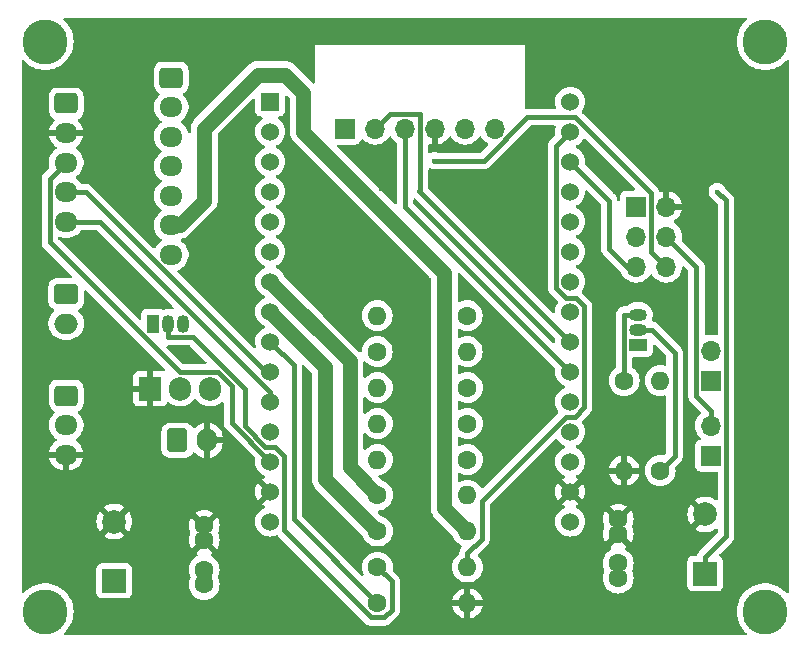
<source format=gbl>
G04 #@! TF.GenerationSoftware,KiCad,Pcbnew,8.0.8*
G04 #@! TF.CreationDate,2025-02-16T00:04:15+01:00*
G04 #@! TF.ProjectId,ESP32ScoringDevice_PCB_THT_Rev1.2,45535033-3253-4636-9f72-696e67446576,1.1*
G04 #@! TF.SameCoordinates,Original*
G04 #@! TF.FileFunction,Copper,L2,Bot*
G04 #@! TF.FilePolarity,Positive*
%FSLAX46Y46*%
G04 Gerber Fmt 4.6, Leading zero omitted, Abs format (unit mm)*
G04 Created by KiCad (PCBNEW 8.0.8) date 2025-02-16 00:04:15*
%MOMM*%
%LPD*%
G01*
G04 APERTURE LIST*
G04 Aperture macros list*
%AMRoundRect*
0 Rectangle with rounded corners*
0 $1 Rounding radius*
0 $2 $3 $4 $5 $6 $7 $8 $9 X,Y pos of 4 corners*
0 Add a 4 corners polygon primitive as box body*
4,1,4,$2,$3,$4,$5,$6,$7,$8,$9,$2,$3,0*
0 Add four circle primitives for the rounded corners*
1,1,$1+$1,$2,$3*
1,1,$1+$1,$4,$5*
1,1,$1+$1,$6,$7*
1,1,$1+$1,$8,$9*
0 Add four rect primitives between the rounded corners*
20,1,$1+$1,$2,$3,$4,$5,0*
20,1,$1+$1,$4,$5,$6,$7,0*
20,1,$1+$1,$6,$7,$8,$9,0*
20,1,$1+$1,$8,$9,$2,$3,0*%
G04 Aperture macros list end*
G04 #@! TA.AperFunction,ComponentPad*
%ADD10C,1.600000*%
G04 #@! TD*
G04 #@! TA.AperFunction,ComponentPad*
%ADD11R,1.700000X1.700000*%
G04 #@! TD*
G04 #@! TA.AperFunction,ComponentPad*
%ADD12O,1.700000X1.700000*%
G04 #@! TD*
G04 #@! TA.AperFunction,ComponentPad*
%ADD13RoundRect,0.250000X-0.600000X-0.750000X0.600000X-0.750000X0.600000X0.750000X-0.600000X0.750000X0*%
G04 #@! TD*
G04 #@! TA.AperFunction,ComponentPad*
%ADD14O,1.700000X2.000000*%
G04 #@! TD*
G04 #@! TA.AperFunction,ComponentPad*
%ADD15R,1.524000X1.524000*%
G04 #@! TD*
G04 #@! TA.AperFunction,ComponentPad*
%ADD16C,1.524000*%
G04 #@! TD*
G04 #@! TA.AperFunction,ComponentPad*
%ADD17O,1.600000X1.600000*%
G04 #@! TD*
G04 #@! TA.AperFunction,ComponentPad*
%ADD18R,2.000000X2.000000*%
G04 #@! TD*
G04 #@! TA.AperFunction,ComponentPad*
%ADD19C,2.000000*%
G04 #@! TD*
G04 #@! TA.AperFunction,ComponentPad*
%ADD20R,1.050000X1.500000*%
G04 #@! TD*
G04 #@! TA.AperFunction,ComponentPad*
%ADD21O,1.050000X1.500000*%
G04 #@! TD*
G04 #@! TA.AperFunction,ComponentPad*
%ADD22C,3.800000*%
G04 #@! TD*
G04 #@! TA.AperFunction,ComponentPad*
%ADD23RoundRect,0.250000X-0.725000X0.600000X-0.725000X-0.600000X0.725000X-0.600000X0.725000X0.600000X0*%
G04 #@! TD*
G04 #@! TA.AperFunction,ComponentPad*
%ADD24O,1.950000X1.700000*%
G04 #@! TD*
G04 #@! TA.AperFunction,ComponentPad*
%ADD25R,1.500000X1.050000*%
G04 #@! TD*
G04 #@! TA.AperFunction,ComponentPad*
%ADD26O,1.500000X1.050000*%
G04 #@! TD*
G04 #@! TA.AperFunction,ComponentPad*
%ADD27RoundRect,0.250000X-0.750000X0.600000X-0.750000X-0.600000X0.750000X-0.600000X0.750000X0.600000X0*%
G04 #@! TD*
G04 #@! TA.AperFunction,ComponentPad*
%ADD28O,2.000000X1.700000*%
G04 #@! TD*
G04 #@! TA.AperFunction,ComponentPad*
%ADD29R,1.905000X2.000000*%
G04 #@! TD*
G04 #@! TA.AperFunction,ComponentPad*
%ADD30O,1.905000X2.000000*%
G04 #@! TD*
G04 #@! TA.AperFunction,ViaPad*
%ADD31C,0.450000*%
G04 #@! TD*
G04 #@! TA.AperFunction,Conductor*
%ADD32C,1.270000*%
G04 #@! TD*
G04 #@! TA.AperFunction,Conductor*
%ADD33C,0.381000*%
G04 #@! TD*
G04 APERTURE END LIST*
D10*
X129794000Y-126706000D03*
X129794000Y-125456000D03*
X129794000Y-122956000D03*
X129794000Y-121706000D03*
D11*
X137668000Y-116332000D03*
D12*
X137668000Y-113792000D03*
D11*
X137668000Y-109982000D03*
D12*
X137668000Y-107442000D03*
D13*
X92476000Y-115045000D03*
D14*
X94976000Y-115045000D03*
D15*
X100330000Y-86360000D03*
D16*
X100330000Y-88900000D03*
X100330000Y-91440000D03*
X100330000Y-93980000D03*
X100330000Y-96520000D03*
X100330000Y-99060000D03*
X100330000Y-101600000D03*
X100330000Y-104140000D03*
X100330000Y-106680000D03*
X100330000Y-109220000D03*
X100330000Y-111760000D03*
X100330000Y-114300000D03*
X100330000Y-116840000D03*
X100330000Y-119380000D03*
X100330000Y-121920000D03*
X125730000Y-121920000D03*
X125730000Y-119380000D03*
X125730000Y-116840000D03*
X125730000Y-114300000D03*
X125730000Y-111760000D03*
X125730000Y-109220000D03*
X125730000Y-106680000D03*
X125730000Y-104140000D03*
X125730000Y-101600000D03*
X125730000Y-99060000D03*
X125730000Y-96520000D03*
X125730000Y-93980000D03*
X125730000Y-91440000D03*
X125730000Y-88900000D03*
X125730000Y-86360000D03*
D10*
X109398000Y-107522000D03*
D17*
X117018000Y-107522000D03*
D10*
X94742000Y-127234000D03*
X94742000Y-125984000D03*
X94742000Y-123484000D03*
X94742000Y-122234000D03*
D18*
X87122000Y-126920000D03*
D19*
X87122000Y-121920000D03*
D10*
X117030000Y-113618000D03*
D17*
X109410000Y-113618000D03*
D20*
X90424000Y-105156000D03*
D21*
X91694000Y-105156000D03*
X92964000Y-105156000D03*
D11*
X106680000Y-88646000D03*
D12*
X109220000Y-88646000D03*
X111760000Y-88646000D03*
X114300000Y-88646000D03*
X116840000Y-88646000D03*
X119380000Y-88646000D03*
D22*
X81280000Y-81280000D03*
D23*
X91948000Y-84328000D03*
D24*
X91948000Y-86828000D03*
X91948000Y-89328000D03*
X91948000Y-91828000D03*
X91948000Y-94328000D03*
X91948000Y-96828000D03*
X91948000Y-99328000D03*
D23*
X83058000Y-86520000D03*
D24*
X83058000Y-89020000D03*
X83058000Y-91520000D03*
X83058000Y-94020000D03*
X83058000Y-96520000D03*
D10*
X117030000Y-110570000D03*
D17*
X109410000Y-110570000D03*
D22*
X142240000Y-129540000D03*
D25*
X131474800Y-106934000D03*
D26*
X131474800Y-105664000D03*
X131474800Y-104394000D03*
D10*
X130302000Y-109982000D03*
D17*
X130302000Y-117602000D03*
D23*
X83058000Y-111252000D03*
D24*
X83058000Y-113752000D03*
X83058000Y-116252000D03*
D27*
X83058000Y-102656000D03*
D28*
X83058000Y-105156000D03*
D10*
X117018000Y-104474000D03*
D17*
X109398000Y-104474000D03*
D11*
X131318000Y-95250000D03*
D12*
X133858000Y-95250000D03*
X131318000Y-97790000D03*
X133858000Y-97790000D03*
X131318000Y-100330000D03*
X133858000Y-100330000D03*
D10*
X117030000Y-116666000D03*
D17*
X109410000Y-116666000D03*
D10*
X109410000Y-128820000D03*
D17*
X117030000Y-128820000D03*
D22*
X81280000Y-129540000D03*
D10*
X109410000Y-122724000D03*
D17*
X117030000Y-122724000D03*
D10*
X133350000Y-117602000D03*
D17*
X133350000Y-109982000D03*
D22*
X142240000Y-81280000D03*
D29*
X90170000Y-110673000D03*
D30*
X92710000Y-110673000D03*
X95250000Y-110673000D03*
D10*
X109410000Y-125772000D03*
D17*
X117030000Y-125772000D03*
D18*
X137160000Y-126319700D03*
D19*
X137160000Y-121319700D03*
D10*
X109410000Y-119676000D03*
D17*
X117030000Y-119676000D03*
D31*
X138176000Y-93980000D03*
X117856000Y-118110000D03*
X129540000Y-93980000D03*
X132080000Y-108712000D03*
X103632000Y-119380000D03*
X96520000Y-83058000D03*
X114554000Y-96774000D03*
X86868000Y-108204000D03*
X119380000Y-93726000D03*
X114554000Y-93726000D03*
X103632000Y-114300000D03*
X87376000Y-83312000D03*
X86868000Y-100838000D03*
X83312000Y-83312000D03*
X110744000Y-101600000D03*
X93980000Y-86106000D03*
X93472000Y-108204000D03*
X96774000Y-103632000D03*
X96774000Y-97536000D03*
X109728000Y-93726000D03*
X109728000Y-90678000D03*
X114220400Y-91367600D03*
D32*
X94742000Y-88646000D02*
X99314000Y-84074000D01*
X92656000Y-96828000D02*
X94742000Y-94742000D01*
X94742000Y-94742000D02*
X94742000Y-88646000D01*
X91948000Y-96828000D02*
X92656000Y-96828000D01*
X115062000Y-120756000D02*
X117030000Y-122724000D01*
X103124000Y-88900000D02*
X115062000Y-100838000D01*
X101600000Y-84074000D02*
X103124000Y-85598000D01*
X103124000Y-85598000D02*
X103124000Y-88900000D01*
X99314000Y-84074000D02*
X101600000Y-84074000D01*
X115062000Y-100838000D02*
X115062000Y-120756000D01*
X94742000Y-125984000D02*
X94742000Y-127234000D01*
D33*
X137160000Y-126319700D02*
X137160000Y-124924300D01*
X138914100Y-94718100D02*
X138176000Y-93980000D01*
X138914100Y-100428700D02*
X138914100Y-94718100D01*
X138914100Y-123170200D02*
X138914100Y-100428700D01*
X137160000Y-124924300D02*
X138914100Y-123170200D01*
X129794000Y-125456000D02*
X129794000Y-126706000D01*
X100330000Y-106680000D02*
X102316800Y-108666800D01*
X102316800Y-121726800D02*
X109410000Y-128820000D01*
X102316800Y-108666800D02*
X102316800Y-121726800D01*
X83058000Y-96520000D02*
X85886200Y-96520000D01*
X100330000Y-110963800D02*
X100330000Y-111760000D01*
X85886200Y-96520000D02*
X100330000Y-110963800D01*
X99953700Y-109220000D02*
X100330000Y-109220000D01*
X83058000Y-94020000D02*
X84753700Y-94020000D01*
X84753700Y-94020000D02*
X99953700Y-109220000D01*
X81663500Y-92914500D02*
X83058000Y-91520000D01*
X81663500Y-98264300D02*
X81663500Y-92914500D01*
X100330000Y-116840000D02*
X97088600Y-113598600D01*
X97088600Y-113598600D02*
X97088600Y-110471500D01*
X95894700Y-109277600D02*
X92676800Y-109277600D01*
X92676800Y-109277600D02*
X81663500Y-98264300D01*
X97088600Y-110471500D02*
X95894700Y-109277600D01*
X110490000Y-87376000D02*
X113030000Y-87376000D01*
X113030000Y-93809400D02*
X112944700Y-93894700D01*
X112944700Y-93894700D02*
X125730000Y-106680000D01*
X109220000Y-88646000D02*
X110490000Y-87376000D01*
X113030000Y-87376000D02*
X113030000Y-93809400D01*
X131474800Y-104394000D02*
X130329400Y-104394000D01*
X130302000Y-109982000D02*
X130302000Y-104421400D01*
X130302000Y-104421400D02*
X130329400Y-104394000D01*
X98216900Y-110706800D02*
X98216900Y-113861000D01*
X91694000Y-105156000D02*
X91694000Y-106301400D01*
X91694000Y-106301400D02*
X93811500Y-106301400D01*
X110621500Y-126983500D02*
X109410000Y-125772000D01*
X101487400Y-122639700D02*
X108881900Y-130034200D01*
X101487400Y-116351500D02*
X101487400Y-122639700D01*
X100705900Y-115570000D02*
X101487400Y-116351500D01*
X109978900Y-130034200D02*
X110621500Y-129391600D01*
X98216900Y-113861000D02*
X99925900Y-115570000D01*
X99925900Y-115570000D02*
X100705900Y-115570000D01*
X110621500Y-129391600D02*
X110621500Y-126983500D01*
X93811500Y-106301400D02*
X98216900Y-110706800D01*
X108881900Y-130034200D02*
X109978900Y-130034200D01*
X131474800Y-105664000D02*
X132620200Y-105664000D01*
X134562700Y-107606500D02*
X132620200Y-105664000D01*
X134562700Y-116389300D02*
X134562700Y-107606500D01*
X133350000Y-117602000D02*
X134562700Y-116389300D01*
D32*
X107074100Y-108344100D02*
X107074100Y-117340100D01*
X107074100Y-117340100D02*
X109410000Y-119676000D01*
X100330000Y-101600000D02*
X107074100Y-108344100D01*
X104994800Y-108804800D02*
X100330000Y-104140000D01*
X109410000Y-122724000D02*
X104994800Y-118308800D01*
X104994800Y-118308800D02*
X104994800Y-108804800D01*
D33*
X126123900Y-113030000D02*
X126896900Y-112257000D01*
X125402900Y-102982600D02*
X124544100Y-102123800D01*
X124544100Y-102123800D02*
X124544100Y-90085900D01*
X117030000Y-125772000D02*
X117030000Y-124576600D01*
X126896900Y-112257000D02*
X126896900Y-103670000D01*
X124544100Y-90085900D02*
X125730000Y-88900000D01*
X125362000Y-113030000D02*
X126123900Y-113030000D01*
X118225400Y-120166600D02*
X125362000Y-113030000D01*
X117030000Y-124576600D02*
X118225400Y-123381200D01*
X126209500Y-102982600D02*
X125402900Y-102982600D01*
X118225400Y-123381200D02*
X118225400Y-120166600D01*
X126896900Y-103670000D02*
X126209500Y-102982600D01*
X111760000Y-95250000D02*
X111760000Y-88646000D01*
X125730000Y-109220000D02*
X111760000Y-95250000D01*
X136422600Y-100354600D02*
X133858000Y-97790000D01*
X136422600Y-111301200D02*
X136422600Y-100354600D01*
X137668000Y-112546600D02*
X136422600Y-111301200D01*
X137668000Y-113792000D02*
X137668000Y-112546600D01*
X132588100Y-94113600D02*
X126166000Y-87691500D01*
X126166000Y-87691500D02*
X122095800Y-87691500D01*
X133858000Y-100330000D02*
X132588100Y-99060100D01*
X122095800Y-87691500D02*
X118419700Y-91367600D01*
X132588100Y-99060100D02*
X132588100Y-94113600D01*
X118419700Y-91367600D02*
X114220400Y-91367600D01*
X129032000Y-94742000D02*
X129032000Y-98806000D01*
X129032000Y-98806000D02*
X130556000Y-100330000D01*
X130556000Y-100330000D02*
X131318000Y-100330000D01*
X125730000Y-91440000D02*
X129032000Y-94742000D01*
G04 #@! TA.AperFunction,Conductor*
G36*
X116402703Y-100870371D02*
G01*
X116409181Y-100876403D01*
X124445128Y-108912350D01*
X124478613Y-108973673D01*
X124480975Y-109010838D01*
X124462677Y-109219997D01*
X124462677Y-109220002D01*
X124481929Y-109440062D01*
X124481930Y-109440070D01*
X124539104Y-109653445D01*
X124539105Y-109653447D01*
X124539106Y-109653450D01*
X124626955Y-109841844D01*
X124632466Y-109853662D01*
X124632468Y-109853666D01*
X124759170Y-110034615D01*
X124759175Y-110034621D01*
X124915378Y-110190824D01*
X124915384Y-110190829D01*
X125096333Y-110317531D01*
X125096335Y-110317532D01*
X125096338Y-110317534D01*
X125215748Y-110373215D01*
X125225189Y-110377618D01*
X125277628Y-110423790D01*
X125296780Y-110490984D01*
X125276564Y-110557865D01*
X125225189Y-110602382D01*
X125096340Y-110662465D01*
X125096338Y-110662466D01*
X124915377Y-110789175D01*
X124759175Y-110945377D01*
X124632466Y-111126338D01*
X124632465Y-111126340D01*
X124539107Y-111326548D01*
X124539104Y-111326554D01*
X124481930Y-111539929D01*
X124481929Y-111539937D01*
X124462677Y-111759997D01*
X124462677Y-111760002D01*
X124481929Y-111980062D01*
X124481930Y-111980070D01*
X124539104Y-112193445D01*
X124539105Y-112193447D01*
X124539106Y-112193450D01*
X124603883Y-112332365D01*
X124632466Y-112393662D01*
X124632468Y-112393666D01*
X124732846Y-112537021D01*
X124755173Y-112603227D01*
X124738163Y-112670994D01*
X124718952Y-112695825D01*
X118359232Y-119055544D01*
X118297909Y-119089029D01*
X118228217Y-119084045D01*
X118172284Y-119042173D01*
X118163647Y-119027742D01*
X118163276Y-119027957D01*
X118160567Y-119023265D01*
X118030045Y-118836858D01*
X117869141Y-118675954D01*
X117682734Y-118545432D01*
X117682732Y-118545431D01*
X117476497Y-118449261D01*
X117476488Y-118449258D01*
X117256697Y-118390366D01*
X117256693Y-118390365D01*
X117256692Y-118390365D01*
X117256691Y-118390364D01*
X117256686Y-118390364D01*
X117030002Y-118370532D01*
X117029998Y-118370532D01*
X116803313Y-118390364D01*
X116803302Y-118390366D01*
X116583511Y-118449258D01*
X116583502Y-118449262D01*
X116373905Y-118546999D01*
X116304827Y-118557491D01*
X116241043Y-118528971D01*
X116202804Y-118470495D01*
X116197500Y-118434617D01*
X116197500Y-117907382D01*
X116217185Y-117840343D01*
X116269989Y-117794588D01*
X116339147Y-117784644D01*
X116373905Y-117795000D01*
X116377262Y-117796565D01*
X116377266Y-117796568D01*
X116583504Y-117892739D01*
X116803308Y-117951635D01*
X116965230Y-117965801D01*
X117029998Y-117971468D01*
X117030000Y-117971468D01*
X117030002Y-117971468D01*
X117086673Y-117966509D01*
X117256692Y-117951635D01*
X117476496Y-117892739D01*
X117682734Y-117796568D01*
X117869139Y-117666047D01*
X118030047Y-117505139D01*
X118160568Y-117318734D01*
X118256739Y-117112496D01*
X118315635Y-116892692D01*
X118335468Y-116666000D01*
X118315635Y-116439308D01*
X118268569Y-116263655D01*
X118256741Y-116219511D01*
X118256738Y-116219502D01*
X118250600Y-116206339D01*
X118160568Y-116013266D01*
X118030047Y-115826861D01*
X118030045Y-115826858D01*
X117869141Y-115665954D01*
X117682734Y-115535432D01*
X117682732Y-115535431D01*
X117476497Y-115439261D01*
X117476488Y-115439258D01*
X117256697Y-115380366D01*
X117256693Y-115380365D01*
X117256692Y-115380365D01*
X117256691Y-115380364D01*
X117256686Y-115380364D01*
X117030002Y-115360532D01*
X117029998Y-115360532D01*
X116803313Y-115380364D01*
X116803302Y-115380366D01*
X116583511Y-115439258D01*
X116583504Y-115439260D01*
X116583504Y-115439261D01*
X116544138Y-115457618D01*
X116373905Y-115536999D01*
X116304827Y-115547491D01*
X116241043Y-115518971D01*
X116202804Y-115460495D01*
X116197500Y-115424617D01*
X116197500Y-114859382D01*
X116217185Y-114792343D01*
X116269989Y-114746588D01*
X116339147Y-114736644D01*
X116373905Y-114747000D01*
X116377262Y-114748565D01*
X116377266Y-114748568D01*
X116583504Y-114844739D01*
X116583509Y-114844740D01*
X116583511Y-114844741D01*
X116636415Y-114858916D01*
X116803308Y-114903635D01*
X116965230Y-114917801D01*
X117029998Y-114923468D01*
X117030000Y-114923468D01*
X117030002Y-114923468D01*
X117086673Y-114918509D01*
X117256692Y-114903635D01*
X117476496Y-114844739D01*
X117682734Y-114748568D01*
X117869139Y-114618047D01*
X118030047Y-114457139D01*
X118160568Y-114270734D01*
X118256739Y-114064496D01*
X118315635Y-113844692D01*
X118335468Y-113618000D01*
X118334784Y-113610187D01*
X118322695Y-113472006D01*
X118315635Y-113391308D01*
X118256739Y-113171504D01*
X118160568Y-112965266D01*
X118030047Y-112778861D01*
X118030045Y-112778858D01*
X117869141Y-112617954D01*
X117682734Y-112487432D01*
X117682732Y-112487431D01*
X117476497Y-112391261D01*
X117476488Y-112391258D01*
X117256697Y-112332366D01*
X117256693Y-112332365D01*
X117256692Y-112332365D01*
X117256691Y-112332364D01*
X117256686Y-112332364D01*
X117030002Y-112312532D01*
X117029998Y-112312532D01*
X116803313Y-112332364D01*
X116803302Y-112332366D01*
X116583511Y-112391258D01*
X116583504Y-112391260D01*
X116583504Y-112391261D01*
X116541703Y-112410753D01*
X116373905Y-112488999D01*
X116304827Y-112499491D01*
X116241043Y-112470971D01*
X116202804Y-112412495D01*
X116197500Y-112376617D01*
X116197500Y-111811382D01*
X116217185Y-111744343D01*
X116269989Y-111698588D01*
X116339147Y-111688644D01*
X116373905Y-111699000D01*
X116377262Y-111700565D01*
X116377266Y-111700568D01*
X116583504Y-111796739D01*
X116583509Y-111796740D01*
X116583511Y-111796741D01*
X116621067Y-111806804D01*
X116803308Y-111855635D01*
X116965230Y-111869801D01*
X117029998Y-111875468D01*
X117030000Y-111875468D01*
X117030002Y-111875468D01*
X117086673Y-111870509D01*
X117256692Y-111855635D01*
X117476496Y-111796739D01*
X117682734Y-111700568D01*
X117869139Y-111570047D01*
X118030047Y-111409139D01*
X118160568Y-111222734D01*
X118256739Y-111016496D01*
X118315635Y-110796692D01*
X118335468Y-110570000D01*
X118315635Y-110343308D01*
X118256739Y-110123504D01*
X118160568Y-109917266D01*
X118030047Y-109730861D01*
X118030045Y-109730858D01*
X117869141Y-109569954D01*
X117682734Y-109439432D01*
X117682732Y-109439431D01*
X117476497Y-109343261D01*
X117476488Y-109343258D01*
X117256697Y-109284366D01*
X117256693Y-109284365D01*
X117256692Y-109284365D01*
X117256691Y-109284364D01*
X117256686Y-109284364D01*
X117030002Y-109264532D01*
X117029998Y-109264532D01*
X116803313Y-109284364D01*
X116803302Y-109284366D01*
X116583511Y-109343258D01*
X116583502Y-109343262D01*
X116373905Y-109440999D01*
X116304827Y-109451491D01*
X116241043Y-109422971D01*
X116202804Y-109364495D01*
X116197500Y-109328617D01*
X116197500Y-108768978D01*
X116217185Y-108701939D01*
X116269989Y-108656184D01*
X116339147Y-108646240D01*
X116373902Y-108656595D01*
X116571504Y-108748739D01*
X116571509Y-108748740D01*
X116571511Y-108748741D01*
X116624415Y-108762916D01*
X116791308Y-108807635D01*
X116953230Y-108821801D01*
X117017998Y-108827468D01*
X117018000Y-108827468D01*
X117018002Y-108827468D01*
X117074673Y-108822509D01*
X117244692Y-108807635D01*
X117464496Y-108748739D01*
X117670734Y-108652568D01*
X117857139Y-108522047D01*
X118018047Y-108361139D01*
X118148568Y-108174734D01*
X118244739Y-107968496D01*
X118303635Y-107748692D01*
X118323468Y-107522000D01*
X118303635Y-107295308D01*
X118244739Y-107075504D01*
X118148568Y-106869266D01*
X118018047Y-106682861D01*
X118018045Y-106682858D01*
X117857141Y-106521954D01*
X117670734Y-106391432D01*
X117670732Y-106391431D01*
X117464497Y-106295261D01*
X117464488Y-106295258D01*
X117244697Y-106236366D01*
X117244693Y-106236365D01*
X117244692Y-106236365D01*
X117244691Y-106236364D01*
X117244686Y-106236364D01*
X117018002Y-106216532D01*
X117017998Y-106216532D01*
X116791313Y-106236364D01*
X116791302Y-106236366D01*
X116571511Y-106295258D01*
X116571502Y-106295262D01*
X116373905Y-106387403D01*
X116304827Y-106397895D01*
X116241043Y-106369375D01*
X116202804Y-106310899D01*
X116197500Y-106275021D01*
X116197500Y-105720978D01*
X116217185Y-105653939D01*
X116269989Y-105608184D01*
X116339147Y-105598240D01*
X116373902Y-105608595D01*
X116571504Y-105700739D01*
X116791308Y-105759635D01*
X116953230Y-105773801D01*
X117017998Y-105779468D01*
X117018000Y-105779468D01*
X117018002Y-105779468D01*
X117074673Y-105774509D01*
X117244692Y-105759635D01*
X117464496Y-105700739D01*
X117670734Y-105604568D01*
X117857139Y-105474047D01*
X118018047Y-105313139D01*
X118148568Y-105126734D01*
X118244739Y-104920496D01*
X118303635Y-104700692D01*
X118321630Y-104495004D01*
X118323468Y-104474001D01*
X118323468Y-104473998D01*
X118312912Y-104353342D01*
X118303635Y-104247308D01*
X118258916Y-104080415D01*
X118244741Y-104027511D01*
X118244738Y-104027502D01*
X118207340Y-103947302D01*
X118148568Y-103821266D01*
X118018047Y-103634861D01*
X118018045Y-103634858D01*
X117857141Y-103473954D01*
X117670734Y-103343432D01*
X117670732Y-103343431D01*
X117464497Y-103247261D01*
X117464488Y-103247258D01*
X117244697Y-103188366D01*
X117244693Y-103188365D01*
X117244692Y-103188365D01*
X117244691Y-103188364D01*
X117244686Y-103188364D01*
X117018002Y-103168532D01*
X117017998Y-103168532D01*
X116791313Y-103188364D01*
X116791302Y-103188366D01*
X116571511Y-103247258D01*
X116571502Y-103247262D01*
X116373905Y-103339403D01*
X116304827Y-103349895D01*
X116241043Y-103321375D01*
X116202804Y-103262899D01*
X116197500Y-103227021D01*
X116197500Y-100964084D01*
X116217185Y-100897045D01*
X116269989Y-100851290D01*
X116339147Y-100841346D01*
X116402703Y-100870371D01*
G37*
G04 #@! TD.AperFunction*
G04 #@! TA.AperFunction,Conductor*
G36*
X93540955Y-107012085D02*
G01*
X93561597Y-107028719D01*
X94907797Y-108374919D01*
X94941282Y-108436242D01*
X94936298Y-108505934D01*
X94894426Y-108561867D01*
X94828962Y-108586284D01*
X94820116Y-108586600D01*
X93014384Y-108586600D01*
X92947345Y-108566915D01*
X92926703Y-108550281D01*
X91580503Y-107204081D01*
X91547018Y-107142758D01*
X91552002Y-107073066D01*
X91593874Y-107017133D01*
X91659338Y-106992716D01*
X91668184Y-106992400D01*
X93473916Y-106992400D01*
X93540955Y-107012085D01*
G37*
G04 #@! TD.AperFunction*
G04 #@! TA.AperFunction,Conductor*
G36*
X98986834Y-86109518D02*
G01*
X99042767Y-86151390D01*
X99067184Y-86216854D01*
X99067500Y-86225700D01*
X99067500Y-87169870D01*
X99067501Y-87169876D01*
X99073908Y-87229483D01*
X99124202Y-87364328D01*
X99124206Y-87364335D01*
X99210452Y-87479544D01*
X99210455Y-87479547D01*
X99325664Y-87565793D01*
X99325671Y-87565797D01*
X99460517Y-87616091D01*
X99460516Y-87616091D01*
X99467444Y-87616835D01*
X99520127Y-87622500D01*
X99560079Y-87622499D01*
X99627116Y-87642182D01*
X99672872Y-87694985D01*
X99682817Y-87764143D01*
X99653794Y-87827700D01*
X99631203Y-87848074D01*
X99515375Y-87929177D01*
X99359175Y-88085377D01*
X99232466Y-88266338D01*
X99232465Y-88266340D01*
X99139107Y-88466548D01*
X99139106Y-88466550D01*
X99081930Y-88679929D01*
X99081929Y-88679937D01*
X99062677Y-88899997D01*
X99062677Y-88900002D01*
X99081929Y-89120062D01*
X99081930Y-89120070D01*
X99139104Y-89333445D01*
X99139105Y-89333447D01*
X99139106Y-89333450D01*
X99209429Y-89484258D01*
X99232466Y-89533662D01*
X99232468Y-89533666D01*
X99359170Y-89714615D01*
X99359174Y-89714620D01*
X99515378Y-89870824D01*
X99515384Y-89870829D01*
X99696333Y-89997531D01*
X99696335Y-89997532D01*
X99696338Y-89997534D01*
X99778443Y-90035820D01*
X99825189Y-90057618D01*
X99877628Y-90103790D01*
X99896780Y-90170984D01*
X99876564Y-90237865D01*
X99825189Y-90282382D01*
X99696340Y-90342465D01*
X99696338Y-90342466D01*
X99515377Y-90469175D01*
X99359175Y-90625377D01*
X99232466Y-90806338D01*
X99232465Y-90806340D01*
X99139107Y-91006548D01*
X99139104Y-91006554D01*
X99081930Y-91219929D01*
X99081929Y-91219937D01*
X99062677Y-91439997D01*
X99062677Y-91440002D01*
X99081929Y-91660062D01*
X99081930Y-91660070D01*
X99139104Y-91873445D01*
X99139105Y-91873447D01*
X99139106Y-91873450D01*
X99188772Y-91979959D01*
X99232466Y-92073662D01*
X99232468Y-92073666D01*
X99359170Y-92254615D01*
X99359175Y-92254621D01*
X99515378Y-92410824D01*
X99515384Y-92410829D01*
X99696333Y-92537531D01*
X99696335Y-92537532D01*
X99696338Y-92537534D01*
X99723295Y-92550104D01*
X99825189Y-92597618D01*
X99877628Y-92643790D01*
X99896780Y-92710984D01*
X99876564Y-92777865D01*
X99825189Y-92822382D01*
X99696340Y-92882465D01*
X99696338Y-92882466D01*
X99515377Y-93009175D01*
X99359175Y-93165377D01*
X99232466Y-93346338D01*
X99232465Y-93346340D01*
X99139107Y-93546548D01*
X99139104Y-93546554D01*
X99081930Y-93759929D01*
X99081929Y-93759937D01*
X99062677Y-93979997D01*
X99062677Y-93980002D01*
X99081929Y-94200062D01*
X99081930Y-94200070D01*
X99139104Y-94413445D01*
X99139105Y-94413447D01*
X99139106Y-94413450D01*
X99203157Y-94550808D01*
X99232466Y-94613662D01*
X99232468Y-94613666D01*
X99359170Y-94794615D01*
X99359175Y-94794621D01*
X99515378Y-94950824D01*
X99515384Y-94950829D01*
X99696333Y-95077531D01*
X99696335Y-95077532D01*
X99696338Y-95077534D01*
X99800274Y-95126000D01*
X99825189Y-95137618D01*
X99877628Y-95183790D01*
X99896780Y-95250984D01*
X99876564Y-95317865D01*
X99825189Y-95362382D01*
X99696340Y-95422465D01*
X99696338Y-95422466D01*
X99515377Y-95549175D01*
X99359175Y-95705377D01*
X99232466Y-95886338D01*
X99232465Y-95886340D01*
X99139107Y-96086548D01*
X99139104Y-96086554D01*
X99081930Y-96299929D01*
X99081929Y-96299937D01*
X99062677Y-96519997D01*
X99062677Y-96520002D01*
X99081929Y-96740062D01*
X99081930Y-96740070D01*
X99139104Y-96953445D01*
X99139105Y-96953447D01*
X99139106Y-96953450D01*
X99213118Y-97112169D01*
X99232466Y-97153662D01*
X99232468Y-97153666D01*
X99359170Y-97334615D01*
X99359175Y-97334621D01*
X99515378Y-97490824D01*
X99515384Y-97490829D01*
X99696333Y-97617531D01*
X99696335Y-97617532D01*
X99696338Y-97617534D01*
X99815748Y-97673215D01*
X99825189Y-97677618D01*
X99877628Y-97723790D01*
X99896780Y-97790984D01*
X99876564Y-97857865D01*
X99825189Y-97902382D01*
X99696340Y-97962465D01*
X99696338Y-97962466D01*
X99515377Y-98089175D01*
X99359175Y-98245377D01*
X99232466Y-98426338D01*
X99232465Y-98426340D01*
X99139107Y-98626548D01*
X99139104Y-98626554D01*
X99081930Y-98839929D01*
X99081929Y-98839937D01*
X99062677Y-99059997D01*
X99062677Y-99060002D01*
X99081929Y-99280062D01*
X99081930Y-99280070D01*
X99139104Y-99493445D01*
X99139105Y-99493447D01*
X99139106Y-99493450D01*
X99209420Y-99644239D01*
X99232466Y-99693662D01*
X99232468Y-99693666D01*
X99359170Y-99874615D01*
X99359175Y-99874621D01*
X99515378Y-100030824D01*
X99515384Y-100030829D01*
X99696333Y-100157531D01*
X99696335Y-100157532D01*
X99696338Y-100157534D01*
X99804104Y-100207786D01*
X99825189Y-100217618D01*
X99877628Y-100263790D01*
X99896780Y-100330984D01*
X99876564Y-100397865D01*
X99825189Y-100442382D01*
X99696340Y-100502465D01*
X99696338Y-100502466D01*
X99515377Y-100629175D01*
X99359175Y-100785377D01*
X99232466Y-100966338D01*
X99232465Y-100966340D01*
X99139107Y-101166548D01*
X99139104Y-101166554D01*
X99081930Y-101379929D01*
X99081929Y-101379937D01*
X99062677Y-101599997D01*
X99062677Y-101600002D01*
X99081929Y-101820062D01*
X99081930Y-101820070D01*
X99139104Y-102033445D01*
X99139105Y-102033447D01*
X99139106Y-102033450D01*
X99232466Y-102233661D01*
X99232466Y-102233662D01*
X99232468Y-102233666D01*
X99359170Y-102414615D01*
X99359175Y-102414621D01*
X99515378Y-102570824D01*
X99515384Y-102570829D01*
X99696333Y-102697531D01*
X99696335Y-102697532D01*
X99696338Y-102697534D01*
X99815748Y-102753215D01*
X99825189Y-102757618D01*
X99877628Y-102803790D01*
X99896780Y-102870984D01*
X99876564Y-102937865D01*
X99825189Y-102982382D01*
X99696340Y-103042465D01*
X99696338Y-103042466D01*
X99515377Y-103169175D01*
X99359175Y-103325377D01*
X99232466Y-103506338D01*
X99232465Y-103506340D01*
X99139107Y-103706548D01*
X99139104Y-103706554D01*
X99081930Y-103919929D01*
X99081929Y-103919937D01*
X99062677Y-104139997D01*
X99062677Y-104140002D01*
X99081929Y-104360062D01*
X99081930Y-104360070D01*
X99139104Y-104573445D01*
X99139105Y-104573447D01*
X99139106Y-104573450D01*
X99194912Y-104693127D01*
X99232466Y-104773662D01*
X99232468Y-104773666D01*
X99359170Y-104954615D01*
X99359175Y-104954621D01*
X99515378Y-105110824D01*
X99515384Y-105110829D01*
X99696333Y-105237531D01*
X99696335Y-105237532D01*
X99696338Y-105237534D01*
X99815748Y-105293215D01*
X99825189Y-105297618D01*
X99877628Y-105343790D01*
X99896780Y-105410984D01*
X99876564Y-105477865D01*
X99825189Y-105522382D01*
X99696340Y-105582465D01*
X99696338Y-105582466D01*
X99515377Y-105709175D01*
X99359175Y-105865377D01*
X99232466Y-106046338D01*
X99232465Y-106046340D01*
X99139107Y-106246548D01*
X99139104Y-106246554D01*
X99081930Y-106459929D01*
X99081929Y-106459937D01*
X99062677Y-106679997D01*
X99062677Y-106680002D01*
X99081929Y-106900062D01*
X99081931Y-106900073D01*
X99134531Y-107096379D01*
X99132868Y-107166229D01*
X99093705Y-107224091D01*
X99029477Y-107251595D01*
X98960575Y-107240008D01*
X98927075Y-107216153D01*
X92507361Y-100796439D01*
X92473876Y-100735116D01*
X92478860Y-100665424D01*
X92520732Y-100609491D01*
X92556722Y-100590828D01*
X92591412Y-100579557D01*
X92780816Y-100483051D01*
X92802789Y-100467086D01*
X92952786Y-100358109D01*
X92952788Y-100358106D01*
X92952792Y-100358104D01*
X93103104Y-100207792D01*
X93103106Y-100207788D01*
X93103109Y-100207786D01*
X93228048Y-100035820D01*
X93228047Y-100035820D01*
X93228051Y-100035816D01*
X93324557Y-99846412D01*
X93390246Y-99644243D01*
X93423500Y-99434287D01*
X93423500Y-99221713D01*
X93390246Y-99011757D01*
X93324557Y-98809588D01*
X93228051Y-98620184D01*
X93228049Y-98620181D01*
X93228048Y-98620179D01*
X93103109Y-98448213D01*
X92952790Y-98297894D01*
X92952785Y-98297890D01*
X92788206Y-98178317D01*
X92745540Y-98122987D01*
X92739561Y-98053374D01*
X92772166Y-97991579D01*
X92788199Y-97977686D01*
X92801029Y-97968365D01*
X92854509Y-97946213D01*
X92921897Y-97935541D01*
X93066545Y-97888541D01*
X93091881Y-97880309D01*
X93251132Y-97799167D01*
X93395728Y-97694111D01*
X93522111Y-97567728D01*
X93580670Y-97509169D01*
X93580682Y-97509155D01*
X95608111Y-95481729D01*
X95680172Y-95382545D01*
X95713167Y-95337132D01*
X95794309Y-95177881D01*
X95826915Y-95077531D01*
X95849539Y-95007901D01*
X95849539Y-95007900D01*
X95849540Y-95007897D01*
X95877500Y-94831366D01*
X95877500Y-89167701D01*
X95897185Y-89100662D01*
X95913819Y-89080020D01*
X97377748Y-87616091D01*
X98855821Y-86138017D01*
X98917142Y-86104534D01*
X98986834Y-86109518D01*
G37*
G04 #@! TD.AperFunction*
G04 #@! TA.AperFunction,Conductor*
G36*
X112656203Y-94583870D02*
G01*
X112662681Y-94589902D01*
X124445129Y-106372350D01*
X124478614Y-106433673D01*
X124480976Y-106470838D01*
X124462205Y-106685393D01*
X124460002Y-106685200D01*
X124442992Y-106743132D01*
X124390188Y-106788887D01*
X124321030Y-106798831D01*
X124257474Y-106769806D01*
X124250996Y-106763774D01*
X112487319Y-95000097D01*
X112453834Y-94938774D01*
X112451000Y-94912416D01*
X112451000Y-94677583D01*
X112470685Y-94610544D01*
X112523489Y-94564789D01*
X112592647Y-94554845D01*
X112656203Y-94583870D01*
G37*
G04 #@! TD.AperFunction*
G04 #@! TA.AperFunction,Conductor*
G36*
X85615655Y-97230685D02*
G01*
X85636297Y-97247319D01*
X92134038Y-103745060D01*
X92167523Y-103806383D01*
X92162539Y-103876075D01*
X92120667Y-103932008D01*
X92055203Y-103956425D01*
X91998905Y-103947302D01*
X91993131Y-103944910D01*
X91993119Y-103944907D01*
X91795007Y-103905500D01*
X91795003Y-103905500D01*
X91592997Y-103905500D01*
X91592992Y-103905500D01*
X91394880Y-103944907D01*
X91394868Y-103944910D01*
X91314198Y-103978325D01*
X91244729Y-103985794D01*
X91199342Y-103966036D01*
X91199114Y-103966454D01*
X91194447Y-103963905D01*
X91192432Y-103963028D01*
X91191331Y-103962204D01*
X91191330Y-103962203D01*
X91191328Y-103962202D01*
X91056482Y-103911908D01*
X91056483Y-103911908D01*
X90996883Y-103905501D01*
X90996881Y-103905500D01*
X90996873Y-103905500D01*
X90996864Y-103905500D01*
X89851129Y-103905500D01*
X89851123Y-103905501D01*
X89791516Y-103911908D01*
X89656671Y-103962202D01*
X89656664Y-103962206D01*
X89541455Y-104048452D01*
X89541452Y-104048455D01*
X89455206Y-104163664D01*
X89455202Y-104163671D01*
X89404908Y-104298517D01*
X89398501Y-104358116D01*
X89398500Y-104358135D01*
X89398500Y-104722716D01*
X89378815Y-104789755D01*
X89326011Y-104835510D01*
X89256853Y-104845454D01*
X89193297Y-104816429D01*
X89186819Y-104810397D01*
X82390819Y-98014397D01*
X82357334Y-97953074D01*
X82354500Y-97926716D01*
X82354500Y-97922704D01*
X82374185Y-97855665D01*
X82426989Y-97809910D01*
X82496147Y-97799966D01*
X82516807Y-97804770D01*
X82616757Y-97837246D01*
X82826713Y-97870500D01*
X82826714Y-97870500D01*
X83289286Y-97870500D01*
X83289287Y-97870500D01*
X83499243Y-97837246D01*
X83701412Y-97771557D01*
X83890816Y-97675051D01*
X83969982Y-97617534D01*
X84062786Y-97550109D01*
X84062788Y-97550106D01*
X84062792Y-97550104D01*
X84213104Y-97399792D01*
X84313132Y-97262114D01*
X84368461Y-97219449D01*
X84413450Y-97211000D01*
X85548616Y-97211000D01*
X85615655Y-97230685D01*
G37*
G04 #@! TD.AperFunction*
G04 #@! TA.AperFunction,Conductor*
G36*
X124467066Y-88402185D02*
G01*
X124512821Y-88454989D01*
X124522765Y-88524147D01*
X124519802Y-88538594D01*
X124481930Y-88679930D01*
X124481929Y-88679937D01*
X124462677Y-88899997D01*
X124462677Y-88900002D01*
X124480975Y-89109160D01*
X124467208Y-89177660D01*
X124445128Y-89207648D01*
X124007366Y-89645410D01*
X123961122Y-89714619D01*
X123961123Y-89714620D01*
X123931741Y-89758592D01*
X123879656Y-89884338D01*
X123879653Y-89884348D01*
X123853100Y-90017839D01*
X123853100Y-102191860D01*
X123861416Y-102233666D01*
X123871569Y-102284706D01*
X123877226Y-102313145D01*
X123879655Y-102325357D01*
X123879656Y-102325361D01*
X123931742Y-102451109D01*
X123931744Y-102451112D01*
X124007363Y-102564285D01*
X124007369Y-102564292D01*
X124689424Y-103246346D01*
X124722909Y-103307669D01*
X124717925Y-103377360D01*
X124703319Y-103405149D01*
X124632465Y-103506340D01*
X124539107Y-103706548D01*
X124539104Y-103706554D01*
X124481930Y-103919929D01*
X124481929Y-103919937D01*
X124462205Y-104145393D01*
X124460002Y-104145200D01*
X124442992Y-104203132D01*
X124390188Y-104248887D01*
X124321030Y-104258831D01*
X124257474Y-104229806D01*
X124250996Y-104223774D01*
X113757319Y-93730097D01*
X113723834Y-93668774D01*
X113721000Y-93642416D01*
X113721000Y-92134786D01*
X113740685Y-92067747D01*
X113793489Y-92021992D01*
X113862647Y-92012048D01*
X113898809Y-92023070D01*
X113903622Y-92025388D01*
X113903625Y-92025389D01*
X114057939Y-92079386D01*
X114057942Y-92079386D01*
X114057944Y-92079387D01*
X114220396Y-92097691D01*
X114220400Y-92097691D01*
X114220404Y-92097691D01*
X114382856Y-92079387D01*
X114382857Y-92079386D01*
X114382861Y-92079386D01*
X114411343Y-92069419D01*
X114422380Y-92065558D01*
X114463333Y-92058600D01*
X118487760Y-92058600D01*
X118589248Y-92038412D01*
X118621257Y-92032045D01*
X118747011Y-91979956D01*
X118776150Y-91960486D01*
X118797663Y-91946112D01*
X118815360Y-91934287D01*
X118860187Y-91904335D01*
X122345703Y-88418819D01*
X122407026Y-88385334D01*
X122433384Y-88382500D01*
X124400027Y-88382500D01*
X124467066Y-88402185D01*
G37*
G04 #@! TD.AperFunction*
G04 #@! TA.AperFunction,Conductor*
G36*
X110574855Y-89312546D02*
G01*
X110591575Y-89331842D01*
X110721501Y-89517396D01*
X110721506Y-89517402D01*
X110888597Y-89684493D01*
X110888603Y-89684498D01*
X111016123Y-89773788D01*
X111059748Y-89828365D01*
X111069000Y-89875363D01*
X111069000Y-94939799D01*
X111049315Y-95006838D01*
X110996511Y-95052593D01*
X110927353Y-95062537D01*
X110863797Y-95033512D01*
X110857319Y-95027480D01*
X106038019Y-90208180D01*
X106004534Y-90146857D01*
X106009518Y-90077165D01*
X106051390Y-90021232D01*
X106116854Y-89996815D01*
X106125700Y-89996499D01*
X107577871Y-89996499D01*
X107577872Y-89996499D01*
X107637483Y-89990091D01*
X107772331Y-89939796D01*
X107887546Y-89853546D01*
X107973796Y-89738331D01*
X108022810Y-89606916D01*
X108064681Y-89550984D01*
X108130145Y-89526566D01*
X108198418Y-89541417D01*
X108226673Y-89562569D01*
X108348599Y-89684495D01*
X108445384Y-89752265D01*
X108542165Y-89820032D01*
X108542167Y-89820033D01*
X108542170Y-89820035D01*
X108756337Y-89919903D01*
X108984592Y-89981063D01*
X109164634Y-89996815D01*
X109219999Y-90001659D01*
X109220000Y-90001659D01*
X109220001Y-90001659D01*
X109275366Y-89996815D01*
X109455408Y-89981063D01*
X109683663Y-89919903D01*
X109897830Y-89820035D01*
X110091401Y-89684495D01*
X110258495Y-89517401D01*
X110387299Y-89333450D01*
X110388425Y-89331842D01*
X110443002Y-89288217D01*
X110512500Y-89281023D01*
X110574855Y-89312546D01*
G37*
G04 #@! TD.AperFunction*
G04 #@! TA.AperFunction,Conductor*
G36*
X127012972Y-89515780D02*
G01*
X127015798Y-89518519D01*
X131185098Y-93687819D01*
X131218583Y-93749142D01*
X131213599Y-93818834D01*
X131171727Y-93874767D01*
X131106263Y-93899184D01*
X131097417Y-93899500D01*
X130420129Y-93899500D01*
X130420123Y-93899501D01*
X130360516Y-93905908D01*
X130225671Y-93956202D01*
X130225664Y-93956206D01*
X130110455Y-94042452D01*
X130110452Y-94042455D01*
X130024206Y-94157664D01*
X130024202Y-94157671D01*
X129973908Y-94292517D01*
X129967501Y-94352116D01*
X129967500Y-94352135D01*
X129967500Y-94644133D01*
X129947815Y-94711172D01*
X129895011Y-94756927D01*
X129825853Y-94766871D01*
X129762297Y-94737846D01*
X129724523Y-94679068D01*
X129721883Y-94668325D01*
X129696446Y-94540448D01*
X129696445Y-94540447D01*
X129696445Y-94540443D01*
X129652474Y-94434287D01*
X129644358Y-94414693D01*
X129644357Y-94414691D01*
X129644356Y-94414689D01*
X129632902Y-94397547D01*
X129628387Y-94390790D01*
X129568736Y-94301514D01*
X129568730Y-94301507D01*
X127014871Y-91747649D01*
X126981386Y-91686326D01*
X126979024Y-91649161D01*
X126997323Y-91440001D01*
X126997323Y-91439997D01*
X126978070Y-91219937D01*
X126978070Y-91219932D01*
X126920894Y-91006550D01*
X126827534Y-90806339D01*
X126737893Y-90678318D01*
X126700827Y-90625381D01*
X126628822Y-90553376D01*
X126544620Y-90469174D01*
X126544616Y-90469171D01*
X126544615Y-90469170D01*
X126363666Y-90342468D01*
X126363658Y-90342464D01*
X126234811Y-90282382D01*
X126182371Y-90236210D01*
X126163219Y-90169017D01*
X126183435Y-90102135D01*
X126234811Y-90057618D01*
X126251746Y-90049721D01*
X126363662Y-89997534D01*
X126544620Y-89870826D01*
X126700826Y-89714620D01*
X126826544Y-89535074D01*
X126881118Y-89491452D01*
X126950617Y-89484258D01*
X127012972Y-89515780D01*
G37*
G04 #@! TD.AperFunction*
G04 #@! TA.AperFunction,Conductor*
G36*
X114550000Y-89976633D02*
G01*
X114763483Y-89919433D01*
X114763492Y-89919429D01*
X114977578Y-89819600D01*
X115171082Y-89684105D01*
X115338105Y-89517082D01*
X115468119Y-89331405D01*
X115522696Y-89287781D01*
X115592195Y-89280588D01*
X115654549Y-89312110D01*
X115671269Y-89331405D01*
X115672701Y-89333450D01*
X115801505Y-89517401D01*
X115968599Y-89684495D01*
X116065384Y-89752265D01*
X116162165Y-89820032D01*
X116162167Y-89820033D01*
X116162170Y-89820035D01*
X116376337Y-89919903D01*
X116604592Y-89981063D01*
X116784634Y-89996815D01*
X116839999Y-90001659D01*
X116840000Y-90001659D01*
X116840001Y-90001659D01*
X116895366Y-89996815D01*
X117075408Y-89981063D01*
X117303663Y-89919903D01*
X117517830Y-89820035D01*
X117711401Y-89684495D01*
X117878495Y-89517401D01*
X118007299Y-89333450D01*
X118008425Y-89331842D01*
X118063002Y-89288217D01*
X118132500Y-89281023D01*
X118194855Y-89312546D01*
X118211575Y-89331842D01*
X118341281Y-89517082D01*
X118341505Y-89517401D01*
X118508599Y-89684495D01*
X118614416Y-89758589D01*
X118702168Y-89820034D01*
X118702174Y-89820037D01*
X118737995Y-89836741D01*
X118790435Y-89882913D01*
X118809587Y-89950106D01*
X118789371Y-90016988D01*
X118773272Y-90036804D01*
X118169797Y-90640281D01*
X118108474Y-90673766D01*
X118082116Y-90676600D01*
X114463333Y-90676600D01*
X114422380Y-90669642D01*
X114382855Y-90655812D01*
X114382857Y-90655812D01*
X114220404Y-90637509D01*
X114220396Y-90637509D01*
X114057944Y-90655812D01*
X113903618Y-90709812D01*
X113898801Y-90712133D01*
X113829860Y-90723485D01*
X113765726Y-90695763D01*
X113726760Y-90637767D01*
X113721000Y-90600413D01*
X113721000Y-90050080D01*
X113740685Y-89983041D01*
X113793489Y-89937286D01*
X113862647Y-89927342D01*
X113877093Y-89930305D01*
X114050000Y-89976634D01*
X114050000Y-89079012D01*
X114107007Y-89111925D01*
X114234174Y-89146000D01*
X114365826Y-89146000D01*
X114492993Y-89111925D01*
X114550000Y-89079012D01*
X114550000Y-89976633D01*
G37*
G04 #@! TD.AperFunction*
G04 #@! TA.AperFunction,Conductor*
G36*
X140650480Y-79268185D02*
G01*
X140696235Y-79320989D01*
X140706179Y-79390147D01*
X140677154Y-79453703D01*
X140668325Y-79462892D01*
X140486652Y-79633494D01*
X140294111Y-79866236D01*
X140132268Y-80121261D01*
X140132265Y-80121267D01*
X140003661Y-80394563D01*
X140003659Y-80394568D01*
X139910320Y-80681835D01*
X139853719Y-80978546D01*
X139853718Y-80978553D01*
X139834754Y-81279994D01*
X139834754Y-81280005D01*
X139853718Y-81581446D01*
X139853719Y-81581453D01*
X139910320Y-81878164D01*
X140003659Y-82165431D01*
X140003661Y-82165436D01*
X140132265Y-82438732D01*
X140132268Y-82438738D01*
X140294111Y-82693763D01*
X140294114Y-82693767D01*
X140294115Y-82693768D01*
X140486651Y-82926504D01*
X140588013Y-83021690D01*
X140706836Y-83133272D01*
X140706846Y-83133280D01*
X140951193Y-83310808D01*
X140951198Y-83310810D01*
X140951205Y-83310816D01*
X141215896Y-83456332D01*
X141215901Y-83456334D01*
X141215903Y-83456335D01*
X141215904Y-83456336D01*
X141496734Y-83567524D01*
X141496737Y-83567525D01*
X141594259Y-83592564D01*
X141789302Y-83642642D01*
X141936039Y-83661179D01*
X142088963Y-83680499D01*
X142088969Y-83680499D01*
X142088973Y-83680500D01*
X142088975Y-83680500D01*
X142391025Y-83680500D01*
X142391027Y-83680500D01*
X142391032Y-83680499D01*
X142391036Y-83680499D01*
X142470591Y-83670448D01*
X142690698Y-83642642D01*
X142983262Y-83567525D01*
X142983265Y-83567524D01*
X143264095Y-83456336D01*
X143264096Y-83456335D01*
X143264094Y-83456335D01*
X143264104Y-83456332D01*
X143528795Y-83310816D01*
X143773162Y-83133274D01*
X143993349Y-82926504D01*
X144051956Y-82855659D01*
X144109856Y-82816552D01*
X144179707Y-82814956D01*
X144239333Y-82851377D01*
X144269803Y-82914253D01*
X144271500Y-82934700D01*
X144271500Y-127885299D01*
X144251815Y-127952338D01*
X144199011Y-127998093D01*
X144129853Y-128008037D01*
X144066297Y-127979012D01*
X144051957Y-127964340D01*
X143993352Y-127893499D01*
X143993350Y-127893497D01*
X143854915Y-127763497D01*
X143773162Y-127686726D01*
X143773159Y-127686724D01*
X143773153Y-127686719D01*
X143528806Y-127509191D01*
X143528799Y-127509186D01*
X143528795Y-127509184D01*
X143264104Y-127363668D01*
X143264101Y-127363666D01*
X143264096Y-127363664D01*
X143264095Y-127363663D01*
X142983265Y-127252475D01*
X142983262Y-127252474D01*
X142690695Y-127177357D01*
X142391036Y-127139500D01*
X142391027Y-127139500D01*
X142088973Y-127139500D01*
X142088963Y-127139500D01*
X141789304Y-127177357D01*
X141496737Y-127252474D01*
X141496734Y-127252475D01*
X141215904Y-127363663D01*
X141215903Y-127363664D01*
X140951205Y-127509184D01*
X140951193Y-127509191D01*
X140706846Y-127686719D01*
X140706836Y-127686727D01*
X140486652Y-127893494D01*
X140294111Y-128126236D01*
X140132268Y-128381261D01*
X140132265Y-128381267D01*
X140003661Y-128654563D01*
X140003659Y-128654568D01*
X139910320Y-128941835D01*
X139853719Y-129238546D01*
X139853718Y-129238553D01*
X139834754Y-129539994D01*
X139834754Y-129540005D01*
X139853718Y-129841446D01*
X139853719Y-129841453D01*
X139853720Y-129841457D01*
X139902824Y-130098872D01*
X139910320Y-130138164D01*
X140003659Y-130425431D01*
X140003661Y-130425436D01*
X140132265Y-130698732D01*
X140132268Y-130698738D01*
X140294111Y-130953763D01*
X140486652Y-131186505D01*
X140634781Y-131325608D01*
X140670176Y-131385849D01*
X140667382Y-131455663D01*
X140627289Y-131512884D01*
X140562623Y-131539345D01*
X140549897Y-131540000D01*
X82970103Y-131540000D01*
X82903064Y-131520315D01*
X82857309Y-131467511D01*
X82847365Y-131398353D01*
X82876390Y-131334797D01*
X82885219Y-131325608D01*
X82916778Y-131295971D01*
X83033349Y-131186504D01*
X83225885Y-130953768D01*
X83387733Y-130698736D01*
X83516341Y-130425430D01*
X83609681Y-130138160D01*
X83666280Y-129841457D01*
X83666281Y-129841446D01*
X83685246Y-129540005D01*
X83685246Y-129539994D01*
X83666281Y-129238553D01*
X83666280Y-129238546D01*
X83666280Y-129238543D01*
X83609681Y-128941840D01*
X83516341Y-128654570D01*
X83387733Y-128381264D01*
X83321912Y-128277546D01*
X83225888Y-128126236D01*
X83181964Y-128073141D01*
X83033349Y-127893496D01*
X82813162Y-127686726D01*
X82813159Y-127686724D01*
X82813153Y-127686719D01*
X82568806Y-127509191D01*
X82568799Y-127509186D01*
X82568795Y-127509184D01*
X82304104Y-127363668D01*
X82304101Y-127363666D01*
X82304096Y-127363664D01*
X82304095Y-127363663D01*
X82023265Y-127252475D01*
X82023262Y-127252474D01*
X81730695Y-127177357D01*
X81431036Y-127139500D01*
X81431027Y-127139500D01*
X81128973Y-127139500D01*
X81128963Y-127139500D01*
X80829304Y-127177357D01*
X80536737Y-127252474D01*
X80536734Y-127252475D01*
X80255904Y-127363663D01*
X80255903Y-127363664D01*
X79991205Y-127509184D01*
X79991193Y-127509191D01*
X79746846Y-127686719D01*
X79746836Y-127686727D01*
X79526649Y-127893497D01*
X79526647Y-127893499D01*
X79499543Y-127926263D01*
X79441643Y-127965370D01*
X79371792Y-127966966D01*
X79312166Y-127930544D01*
X79281697Y-127867668D01*
X79280000Y-127847222D01*
X79280000Y-125872135D01*
X85621500Y-125872135D01*
X85621500Y-127967870D01*
X85621501Y-127967876D01*
X85627908Y-128027483D01*
X85678202Y-128162328D01*
X85678206Y-128162335D01*
X85764452Y-128277544D01*
X85764455Y-128277547D01*
X85879664Y-128363793D01*
X85879671Y-128363797D01*
X86014517Y-128414091D01*
X86014516Y-128414091D01*
X86021444Y-128414835D01*
X86074127Y-128420500D01*
X88169872Y-128420499D01*
X88229483Y-128414091D01*
X88364331Y-128363796D01*
X88479546Y-128277546D01*
X88565796Y-128162331D01*
X88616091Y-128027483D01*
X88622500Y-127967873D01*
X88622499Y-125983998D01*
X93436532Y-125983998D01*
X93436532Y-125984001D01*
X93456364Y-126210686D01*
X93456366Y-126210697D01*
X93515258Y-126430488D01*
X93515260Y-126430492D01*
X93515261Y-126430496D01*
X93566128Y-126539581D01*
X93574062Y-126556595D01*
X93584554Y-126625673D01*
X93574061Y-126661405D01*
X93517857Y-126781938D01*
X93515262Y-126787502D01*
X93515258Y-126787511D01*
X93456366Y-127007302D01*
X93456364Y-127007313D01*
X93436532Y-127233998D01*
X93436532Y-127234001D01*
X93456364Y-127460686D01*
X93456366Y-127460697D01*
X93515258Y-127680488D01*
X93515261Y-127680497D01*
X93611431Y-127886732D01*
X93611432Y-127886734D01*
X93741954Y-128073141D01*
X93902858Y-128234045D01*
X93902861Y-128234047D01*
X94089266Y-128364568D01*
X94295504Y-128460739D01*
X94515308Y-128519635D01*
X94677230Y-128533801D01*
X94741998Y-128539468D01*
X94742000Y-128539468D01*
X94742002Y-128539468D01*
X94798673Y-128534509D01*
X94968692Y-128519635D01*
X95188496Y-128460739D01*
X95394734Y-128364568D01*
X95581139Y-128234047D01*
X95742047Y-128073139D01*
X95872568Y-127886734D01*
X95968739Y-127680496D01*
X96027635Y-127460692D01*
X96047468Y-127234000D01*
X96027635Y-127007308D01*
X95968739Y-126787504D01*
X95909936Y-126661404D01*
X95899445Y-126592328D01*
X95909937Y-126556595D01*
X95945980Y-126479302D01*
X95968739Y-126430496D01*
X96027635Y-126210692D01*
X96047468Y-125984000D01*
X96027635Y-125757308D01*
X95975424Y-125562452D01*
X95968741Y-125537511D01*
X95968738Y-125537502D01*
X95916701Y-125425909D01*
X95872568Y-125331266D01*
X95742047Y-125144861D01*
X95742045Y-125144858D01*
X95581141Y-124983954D01*
X95394734Y-124853432D01*
X95394730Y-124853430D01*
X95379022Y-124846105D01*
X95326583Y-124799931D01*
X95307433Y-124732737D01*
X95327650Y-124665857D01*
X95379028Y-124621340D01*
X95394481Y-124614134D01*
X95467471Y-124563024D01*
X94788447Y-123884000D01*
X94794661Y-123884000D01*
X94896394Y-123856741D01*
X94987606Y-123804080D01*
X95062080Y-123729606D01*
X95114741Y-123638394D01*
X95142000Y-123536661D01*
X95142000Y-123530447D01*
X95821024Y-124209471D01*
X95872136Y-124136478D01*
X95968264Y-123930331D01*
X95968269Y-123930317D01*
X96027139Y-123710610D01*
X96027141Y-123710599D01*
X96046966Y-123484000D01*
X96046966Y-123483997D01*
X96027141Y-123257400D01*
X96027139Y-123257389D01*
X95968269Y-123037682D01*
X95968266Y-123037673D01*
X95909385Y-122911405D01*
X95898893Y-122842328D01*
X95909385Y-122806595D01*
X95968266Y-122680326D01*
X95968269Y-122680317D01*
X96027139Y-122460610D01*
X96027141Y-122460599D01*
X96046966Y-122234000D01*
X96046966Y-122233997D01*
X96027141Y-122007400D01*
X96027139Y-122007389D01*
X95968269Y-121787682D01*
X95968264Y-121787668D01*
X95872136Y-121581521D01*
X95872132Y-121581513D01*
X95821025Y-121508526D01*
X95142000Y-122187551D01*
X95142000Y-122181339D01*
X95114741Y-122079606D01*
X95062080Y-121988394D01*
X94987606Y-121913920D01*
X94896394Y-121861259D01*
X94794661Y-121834000D01*
X94788445Y-121834000D01*
X95467472Y-121154974D01*
X95394478Y-121103863D01*
X95188331Y-121007735D01*
X95188317Y-121007730D01*
X94968610Y-120948860D01*
X94968599Y-120948858D01*
X94742002Y-120929034D01*
X94741998Y-120929034D01*
X94515400Y-120948858D01*
X94515389Y-120948860D01*
X94295682Y-121007730D01*
X94295673Y-121007734D01*
X94089516Y-121103866D01*
X94089512Y-121103868D01*
X94016526Y-121154973D01*
X94016526Y-121154974D01*
X94695553Y-121834000D01*
X94689339Y-121834000D01*
X94587606Y-121861259D01*
X94496394Y-121913920D01*
X94421920Y-121988394D01*
X94369259Y-122079606D01*
X94342000Y-122181339D01*
X94342000Y-122187552D01*
X93662974Y-121508526D01*
X93662973Y-121508526D01*
X93611868Y-121581512D01*
X93611866Y-121581516D01*
X93515734Y-121787673D01*
X93515730Y-121787682D01*
X93456860Y-122007389D01*
X93456858Y-122007400D01*
X93437034Y-122233997D01*
X93437034Y-122234000D01*
X93456858Y-122460599D01*
X93456860Y-122460610D01*
X93515730Y-122680317D01*
X93515735Y-122680331D01*
X93574613Y-122806596D01*
X93585105Y-122875673D01*
X93574613Y-122911404D01*
X93515735Y-123037668D01*
X93515730Y-123037682D01*
X93456860Y-123257389D01*
X93456858Y-123257400D01*
X93437034Y-123483997D01*
X93437034Y-123484000D01*
X93456858Y-123710599D01*
X93456860Y-123710610D01*
X93515730Y-123930317D01*
X93515735Y-123930331D01*
X93611863Y-124136478D01*
X93662974Y-124209472D01*
X94342000Y-123530446D01*
X94342000Y-123536661D01*
X94369259Y-123638394D01*
X94421920Y-123729606D01*
X94496394Y-123804080D01*
X94587606Y-123856741D01*
X94689339Y-123884000D01*
X94695553Y-123884000D01*
X94016526Y-124563025D01*
X94089513Y-124614132D01*
X94089515Y-124614133D01*
X94104973Y-124621341D01*
X94157413Y-124667513D01*
X94176566Y-124734706D01*
X94156351Y-124801587D01*
X94104979Y-124846104D01*
X94089270Y-124853429D01*
X94089265Y-124853432D01*
X93902858Y-124983954D01*
X93741954Y-125144858D01*
X93611432Y-125331265D01*
X93611431Y-125331267D01*
X93515261Y-125537502D01*
X93515258Y-125537511D01*
X93456366Y-125757302D01*
X93456364Y-125757313D01*
X93436532Y-125983998D01*
X88622499Y-125983998D01*
X88622499Y-125872128D01*
X88616091Y-125812517D01*
X88600978Y-125771998D01*
X88565797Y-125677671D01*
X88565793Y-125677664D01*
X88479547Y-125562455D01*
X88479544Y-125562452D01*
X88364335Y-125476206D01*
X88364328Y-125476202D01*
X88229482Y-125425908D01*
X88229483Y-125425908D01*
X88169883Y-125419501D01*
X88169881Y-125419500D01*
X88169873Y-125419500D01*
X88169864Y-125419500D01*
X86074129Y-125419500D01*
X86074123Y-125419501D01*
X86014516Y-125425908D01*
X85879671Y-125476202D01*
X85879664Y-125476206D01*
X85764455Y-125562452D01*
X85764452Y-125562455D01*
X85678206Y-125677664D01*
X85678202Y-125677671D01*
X85627908Y-125812517D01*
X85621501Y-125872116D01*
X85621501Y-125872123D01*
X85621500Y-125872135D01*
X79280000Y-125872135D01*
X79280000Y-121919994D01*
X85616859Y-121919994D01*
X85616859Y-121920005D01*
X85637385Y-122167729D01*
X85637387Y-122167738D01*
X85698412Y-122408717D01*
X85798267Y-122636367D01*
X85898562Y-122789881D01*
X86639037Y-122049408D01*
X86656075Y-122112993D01*
X86721901Y-122227007D01*
X86814993Y-122320099D01*
X86929007Y-122385925D01*
X86992591Y-122402962D01*
X86251943Y-123143609D01*
X86298768Y-123180055D01*
X86298771Y-123180057D01*
X86517385Y-123298364D01*
X86517396Y-123298369D01*
X86752506Y-123379083D01*
X86997707Y-123420000D01*
X87246293Y-123420000D01*
X87491493Y-123379083D01*
X87726603Y-123298369D01*
X87726614Y-123298364D01*
X87945230Y-123180056D01*
X87945236Y-123180051D01*
X87992055Y-123143610D01*
X87992056Y-123143609D01*
X87251408Y-122402962D01*
X87314993Y-122385925D01*
X87429007Y-122320099D01*
X87522099Y-122227007D01*
X87587925Y-122112993D01*
X87604962Y-122049408D01*
X88345435Y-122789882D01*
X88445733Y-122636364D01*
X88545587Y-122408717D01*
X88606612Y-122167738D01*
X88606614Y-122167729D01*
X88627141Y-121920005D01*
X88627141Y-121919994D01*
X88606614Y-121672270D01*
X88606612Y-121672261D01*
X88545587Y-121431282D01*
X88445732Y-121203632D01*
X88345435Y-121050116D01*
X87604962Y-121790590D01*
X87587925Y-121727007D01*
X87522099Y-121612993D01*
X87429007Y-121519901D01*
X87314993Y-121454075D01*
X87251409Y-121437037D01*
X87992055Y-120696389D01*
X87992055Y-120696388D01*
X87945236Y-120659947D01*
X87945231Y-120659944D01*
X87726614Y-120541635D01*
X87726603Y-120541630D01*
X87491493Y-120460916D01*
X87246293Y-120420000D01*
X86997707Y-120420000D01*
X86752506Y-120460916D01*
X86517396Y-120541630D01*
X86517385Y-120541635D01*
X86298770Y-120659943D01*
X86251943Y-120696389D01*
X86992591Y-121437037D01*
X86929007Y-121454075D01*
X86814993Y-121519901D01*
X86721901Y-121612993D01*
X86656075Y-121727007D01*
X86639037Y-121790591D01*
X85898563Y-121050117D01*
X85798267Y-121203633D01*
X85798265Y-121203637D01*
X85698412Y-121431282D01*
X85637387Y-121672261D01*
X85637385Y-121672270D01*
X85616859Y-121919994D01*
X79280000Y-121919994D01*
X79280000Y-110601983D01*
X81582500Y-110601983D01*
X81582500Y-111902001D01*
X81582501Y-111902018D01*
X81593000Y-112004796D01*
X81593001Y-112004799D01*
X81648185Y-112171331D01*
X81648187Y-112171336D01*
X81740289Y-112320657D01*
X81864344Y-112444712D01*
X82019120Y-112540178D01*
X82065845Y-112592126D01*
X82077068Y-112661088D01*
X82049224Y-112725171D01*
X82041706Y-112733398D01*
X81902889Y-112872215D01*
X81777951Y-113044179D01*
X81681444Y-113233585D01*
X81615753Y-113435760D01*
X81588127Y-113610185D01*
X81582500Y-113645713D01*
X81582500Y-113858287D01*
X81592534Y-113921644D01*
X81615160Y-114064497D01*
X81615754Y-114068243D01*
X81673183Y-114244991D01*
X81681444Y-114270414D01*
X81777951Y-114459820D01*
X81902890Y-114631786D01*
X82053209Y-114782105D01*
X82053214Y-114782109D01*
X82218218Y-114901991D01*
X82260884Y-114957320D01*
X82266863Y-115026934D01*
X82234258Y-115088729D01*
X82218218Y-115102627D01*
X82053540Y-115222272D01*
X82053535Y-115222276D01*
X81903276Y-115372535D01*
X81903272Y-115372540D01*
X81778379Y-115544442D01*
X81681904Y-115733782D01*
X81616242Y-115935870D01*
X81616242Y-115935873D01*
X81605769Y-116002000D01*
X82653854Y-116002000D01*
X82615370Y-116068657D01*
X82583000Y-116189465D01*
X82583000Y-116314535D01*
X82615370Y-116435343D01*
X82653854Y-116502000D01*
X81605769Y-116502000D01*
X81616242Y-116568126D01*
X81616242Y-116568129D01*
X81681904Y-116770217D01*
X81778379Y-116959557D01*
X81903272Y-117131459D01*
X81903276Y-117131464D01*
X82053535Y-117281723D01*
X82053540Y-117281727D01*
X82225442Y-117406620D01*
X82414782Y-117503095D01*
X82616872Y-117568757D01*
X82808000Y-117599029D01*
X82808000Y-116656145D01*
X82874657Y-116694630D01*
X82995465Y-116727000D01*
X83120535Y-116727000D01*
X83241343Y-116694630D01*
X83308000Y-116656145D01*
X83308000Y-117599028D01*
X83499127Y-117568757D01*
X83701217Y-117503095D01*
X83890557Y-117406620D01*
X84062459Y-117281727D01*
X84062464Y-117281723D01*
X84212723Y-117131464D01*
X84212727Y-117131459D01*
X84337620Y-116959557D01*
X84434095Y-116770217D01*
X84499757Y-116568129D01*
X84499757Y-116568126D01*
X84510231Y-116502000D01*
X83462146Y-116502000D01*
X83500630Y-116435343D01*
X83533000Y-116314535D01*
X83533000Y-116189465D01*
X83500630Y-116068657D01*
X83462146Y-116002000D01*
X84510231Y-116002000D01*
X84499757Y-115935873D01*
X84499757Y-115935870D01*
X84434095Y-115733782D01*
X84337620Y-115544442D01*
X84212727Y-115372540D01*
X84212723Y-115372535D01*
X84062464Y-115222276D01*
X84062459Y-115222272D01*
X83897781Y-115102627D01*
X83855115Y-115047297D01*
X83849136Y-114977684D01*
X83881741Y-114915889D01*
X83897776Y-114901994D01*
X84062792Y-114782104D01*
X84213104Y-114631792D01*
X84213106Y-114631788D01*
X84213109Y-114631786D01*
X84322086Y-114481789D01*
X84338051Y-114459816D01*
X84434557Y-114270412D01*
X84442819Y-114244983D01*
X91125500Y-114244983D01*
X91125500Y-115845001D01*
X91125501Y-115845018D01*
X91136000Y-115947796D01*
X91136001Y-115947799D01*
X91170031Y-116050493D01*
X91191186Y-116114334D01*
X91283288Y-116263656D01*
X91407344Y-116387712D01*
X91556666Y-116479814D01*
X91723203Y-116534999D01*
X91825991Y-116545500D01*
X93126008Y-116545499D01*
X93228797Y-116534999D01*
X93395334Y-116479814D01*
X93544656Y-116387712D01*
X93668712Y-116263656D01*
X93760814Y-116114334D01*
X93760814Y-116114331D01*
X93764448Y-116108441D01*
X93816395Y-116061716D01*
X93885358Y-116050493D01*
X93949440Y-116078336D01*
X93957668Y-116085856D01*
X94096535Y-116224723D01*
X94096540Y-116224727D01*
X94268442Y-116349620D01*
X94457782Y-116446095D01*
X94659871Y-116511757D01*
X94726000Y-116522231D01*
X94726000Y-115478012D01*
X94783007Y-115510925D01*
X94910174Y-115545000D01*
X95041826Y-115545000D01*
X95168993Y-115510925D01*
X95226000Y-115478012D01*
X95226000Y-116522230D01*
X95292126Y-116511757D01*
X95292129Y-116511757D01*
X95494217Y-116446095D01*
X95683557Y-116349620D01*
X95855459Y-116224727D01*
X95855464Y-116224723D01*
X96005723Y-116074464D01*
X96005727Y-116074459D01*
X96130620Y-115902557D01*
X96227095Y-115713217D01*
X96292757Y-115511130D01*
X96292757Y-115511127D01*
X96326000Y-115301246D01*
X96326000Y-115295000D01*
X95409012Y-115295000D01*
X95441925Y-115237993D01*
X95476000Y-115110826D01*
X95476000Y-114979174D01*
X95441925Y-114852007D01*
X95409012Y-114795000D01*
X96326000Y-114795000D01*
X96326000Y-114788753D01*
X96292757Y-114578872D01*
X96292757Y-114578869D01*
X96227095Y-114376782D01*
X96130620Y-114187442D01*
X96005727Y-114015540D01*
X96005723Y-114015535D01*
X95855464Y-113865276D01*
X95855459Y-113865272D01*
X95683557Y-113740379D01*
X95494215Y-113643903D01*
X95292124Y-113578241D01*
X95226000Y-113567768D01*
X95226000Y-114611988D01*
X95168993Y-114579075D01*
X95041826Y-114545000D01*
X94910174Y-114545000D01*
X94783007Y-114579075D01*
X94726000Y-114611988D01*
X94726000Y-113567768D01*
X94725999Y-113567768D01*
X94659875Y-113578241D01*
X94457784Y-113643903D01*
X94268442Y-113740379D01*
X94096541Y-113865271D01*
X93957668Y-114004144D01*
X93896345Y-114037628D01*
X93826653Y-114032644D01*
X93770720Y-113990772D01*
X93764448Y-113981558D01*
X93668712Y-113826344D01*
X93544657Y-113702289D01*
X93544656Y-113702288D01*
X93449998Y-113643903D01*
X93395336Y-113610187D01*
X93395331Y-113610185D01*
X93393862Y-113609698D01*
X93228797Y-113555001D01*
X93228795Y-113555000D01*
X93126010Y-113544500D01*
X91825998Y-113544500D01*
X91825981Y-113544501D01*
X91723203Y-113555000D01*
X91723200Y-113555001D01*
X91556668Y-113610185D01*
X91556663Y-113610187D01*
X91407342Y-113702289D01*
X91283289Y-113826342D01*
X91191187Y-113975663D01*
X91191185Y-113975668D01*
X91186180Y-113990772D01*
X91136001Y-114142203D01*
X91136001Y-114142204D01*
X91136000Y-114142204D01*
X91125500Y-114244983D01*
X84442819Y-114244983D01*
X84500246Y-114068243D01*
X84533500Y-113858287D01*
X84533500Y-113645713D01*
X84500246Y-113435757D01*
X84434557Y-113233588D01*
X84338051Y-113044184D01*
X84338049Y-113044181D01*
X84338048Y-113044179D01*
X84213109Y-112872213D01*
X84074294Y-112733398D01*
X84040809Y-112672075D01*
X84045793Y-112602383D01*
X84087665Y-112546450D01*
X84096879Y-112540178D01*
X84102331Y-112536814D01*
X84102334Y-112536814D01*
X84251656Y-112444712D01*
X84375712Y-112320656D01*
X84467814Y-112171334D01*
X84522999Y-112004797D01*
X84533500Y-111902009D01*
X84533499Y-110601992D01*
X84522999Y-110499203D01*
X84467814Y-110332666D01*
X84375712Y-110183344D01*
X84251656Y-110059288D01*
X84126353Y-109982001D01*
X84102336Y-109967187D01*
X84102331Y-109967185D01*
X84092073Y-109963786D01*
X83935797Y-109912001D01*
X83935795Y-109912000D01*
X83833010Y-109901500D01*
X82282998Y-109901500D01*
X82282981Y-109901501D01*
X82180203Y-109912000D01*
X82180200Y-109912001D01*
X82013668Y-109967185D01*
X82013663Y-109967187D01*
X81864342Y-110059289D01*
X81740289Y-110183342D01*
X81648187Y-110332663D01*
X81648185Y-110332668D01*
X81644658Y-110343313D01*
X81593001Y-110499203D01*
X81593001Y-110499204D01*
X81593000Y-110499204D01*
X81582500Y-110601983D01*
X79280000Y-110601983D01*
X79280000Y-92846439D01*
X80972500Y-92846439D01*
X80972500Y-98332359D01*
X80985091Y-98395654D01*
X80985091Y-98395656D01*
X80999053Y-98465849D01*
X80999056Y-98465861D01*
X81051142Y-98591609D01*
X81051144Y-98591612D01*
X81126763Y-98704785D01*
X81126769Y-98704792D01*
X83515797Y-101093819D01*
X83549282Y-101155142D01*
X83544298Y-101224834D01*
X83502426Y-101280767D01*
X83436962Y-101305184D01*
X83428116Y-101305500D01*
X82257998Y-101305500D01*
X82257981Y-101305501D01*
X82155203Y-101316000D01*
X82155200Y-101316001D01*
X81988668Y-101371185D01*
X81988663Y-101371187D01*
X81839342Y-101463289D01*
X81715289Y-101587342D01*
X81623187Y-101736663D01*
X81623186Y-101736666D01*
X81568001Y-101903203D01*
X81568001Y-101903204D01*
X81568000Y-101903204D01*
X81557500Y-102005983D01*
X81557500Y-103306001D01*
X81557501Y-103306018D01*
X81568000Y-103408796D01*
X81568001Y-103408799D01*
X81623185Y-103575331D01*
X81623187Y-103575336D01*
X81636822Y-103597442D01*
X81715287Y-103724655D01*
X81715289Y-103724657D01*
X81839344Y-103848712D01*
X81994120Y-103944178D01*
X82040845Y-103996126D01*
X82052068Y-104065088D01*
X82024224Y-104129171D01*
X82016706Y-104137398D01*
X81877889Y-104276215D01*
X81752951Y-104448179D01*
X81656444Y-104637585D01*
X81590753Y-104839760D01*
X81557500Y-105049713D01*
X81557500Y-105262286D01*
X81586068Y-105442661D01*
X81590754Y-105472243D01*
X81644272Y-105636955D01*
X81656444Y-105674414D01*
X81752951Y-105863820D01*
X81877890Y-106035786D01*
X82028213Y-106186109D01*
X82200179Y-106311048D01*
X82200181Y-106311049D01*
X82200184Y-106311051D01*
X82389588Y-106407557D01*
X82591757Y-106473246D01*
X82801713Y-106506500D01*
X82801714Y-106506500D01*
X83314286Y-106506500D01*
X83314287Y-106506500D01*
X83524243Y-106473246D01*
X83726412Y-106407557D01*
X83915816Y-106311051D01*
X83937789Y-106295086D01*
X84087786Y-106186109D01*
X84087788Y-106186106D01*
X84087792Y-106186104D01*
X84238104Y-106035792D01*
X84238106Y-106035788D01*
X84238109Y-106035786D01*
X84363048Y-105863820D01*
X84363047Y-105863820D01*
X84363051Y-105863816D01*
X84459557Y-105674412D01*
X84525246Y-105472243D01*
X84558500Y-105262287D01*
X84558500Y-105049713D01*
X84525246Y-104839757D01*
X84459557Y-104637588D01*
X84363051Y-104448184D01*
X84363049Y-104448181D01*
X84363048Y-104448179D01*
X84238109Y-104276213D01*
X84099294Y-104137398D01*
X84065809Y-104076075D01*
X84070793Y-104006383D01*
X84112665Y-103950450D01*
X84121879Y-103944178D01*
X84127331Y-103940814D01*
X84127334Y-103940814D01*
X84276656Y-103848712D01*
X84400712Y-103724656D01*
X84492814Y-103575334D01*
X84547999Y-103408797D01*
X84558500Y-103306009D01*
X84558499Y-102435882D01*
X84578183Y-102368844D01*
X84630987Y-102323089D01*
X84700146Y-102313145D01*
X84763702Y-102342170D01*
X84770180Y-102348202D01*
X91419303Y-108997325D01*
X91452788Y-109058648D01*
X91447804Y-109128340D01*
X91405932Y-109184273D01*
X91340468Y-109208690D01*
X91288290Y-109201188D01*
X91229882Y-109179403D01*
X91229872Y-109179401D01*
X91170344Y-109173000D01*
X90420000Y-109173000D01*
X90420000Y-110182252D01*
X90382292Y-110160482D01*
X90242409Y-110123000D01*
X90097591Y-110123000D01*
X89957708Y-110160482D01*
X89920000Y-110182252D01*
X89920000Y-109173000D01*
X89169655Y-109173000D01*
X89110127Y-109179401D01*
X89110120Y-109179403D01*
X88975413Y-109229645D01*
X88975406Y-109229649D01*
X88860312Y-109315809D01*
X88860309Y-109315812D01*
X88774149Y-109430906D01*
X88774145Y-109430913D01*
X88723903Y-109565620D01*
X88723901Y-109565627D01*
X88717500Y-109625155D01*
X88717500Y-110423000D01*
X89679252Y-110423000D01*
X89657482Y-110460708D01*
X89620000Y-110600591D01*
X89620000Y-110745409D01*
X89657482Y-110885292D01*
X89679252Y-110923000D01*
X88717500Y-110923000D01*
X88717500Y-111720844D01*
X88723901Y-111780372D01*
X88723903Y-111780379D01*
X88774145Y-111915086D01*
X88774149Y-111915093D01*
X88860309Y-112030187D01*
X88860312Y-112030190D01*
X88975406Y-112116350D01*
X88975413Y-112116354D01*
X89110120Y-112166596D01*
X89110127Y-112166598D01*
X89169655Y-112172999D01*
X89169672Y-112173000D01*
X89920000Y-112173000D01*
X89920000Y-111163747D01*
X89957708Y-111185518D01*
X90097591Y-111223000D01*
X90242409Y-111223000D01*
X90382292Y-111185518D01*
X90420000Y-111163747D01*
X90420000Y-112173000D01*
X91170328Y-112173000D01*
X91170344Y-112172999D01*
X91229872Y-112166598D01*
X91229879Y-112166596D01*
X91364586Y-112116354D01*
X91364593Y-112116350D01*
X91479687Y-112030190D01*
X91479690Y-112030187D01*
X91565850Y-111915093D01*
X91565854Y-111915086D01*
X91576272Y-111887155D01*
X91618143Y-111831221D01*
X91683607Y-111806804D01*
X91751880Y-111821655D01*
X91765331Y-111830164D01*
X91948462Y-111963217D01*
X92079904Y-112030190D01*
X92152244Y-112067049D01*
X92369751Y-112137721D01*
X92369752Y-112137721D01*
X92369755Y-112137722D01*
X92595646Y-112173500D01*
X92595647Y-112173500D01*
X92824353Y-112173500D01*
X92824354Y-112173500D01*
X93050245Y-112137722D01*
X93050248Y-112137721D01*
X93050249Y-112137721D01*
X93267755Y-112067049D01*
X93267755Y-112067048D01*
X93267758Y-112067048D01*
X93471538Y-111963217D01*
X93656566Y-111828786D01*
X93818286Y-111667066D01*
X93879683Y-111582559D01*
X93935012Y-111539896D01*
X94004625Y-111533917D01*
X94066420Y-111566523D01*
X94080314Y-111582556D01*
X94141714Y-111667066D01*
X94303434Y-111828786D01*
X94488462Y-111963217D01*
X94619904Y-112030190D01*
X94692244Y-112067049D01*
X94909751Y-112137721D01*
X94909752Y-112137721D01*
X94909755Y-112137722D01*
X95135646Y-112173500D01*
X95135647Y-112173500D01*
X95364353Y-112173500D01*
X95364354Y-112173500D01*
X95590245Y-112137722D01*
X95590248Y-112137721D01*
X95590249Y-112137721D01*
X95807755Y-112067049D01*
X95807755Y-112067048D01*
X95807758Y-112067048D01*
X96011538Y-111963217D01*
X96196566Y-111828786D01*
X96196568Y-111828783D01*
X96200507Y-111825922D01*
X96201895Y-111827833D01*
X96256759Y-111803212D01*
X96325851Y-111813609D01*
X96378353Y-111859710D01*
X96397600Y-111926063D01*
X96397600Y-113666661D01*
X96411806Y-113738078D01*
X96424152Y-113800150D01*
X96424155Y-113800159D01*
X96476242Y-113925909D01*
X96476244Y-113925912D01*
X96551863Y-114039085D01*
X96551869Y-114039092D01*
X99045129Y-116532350D01*
X99078614Y-116593673D01*
X99080976Y-116630838D01*
X99062677Y-116839997D01*
X99062677Y-116840002D01*
X99081929Y-117060062D01*
X99081930Y-117060070D01*
X99139104Y-117273445D01*
X99139105Y-117273447D01*
X99139106Y-117273450D01*
X99201204Y-117406620D01*
X99232466Y-117473662D01*
X99232468Y-117473666D01*
X99359170Y-117654615D01*
X99359175Y-117654621D01*
X99515378Y-117810824D01*
X99515384Y-117810829D01*
X99696333Y-117937531D01*
X99696335Y-117937532D01*
X99696338Y-117937534D01*
X99776129Y-117974741D01*
X99825781Y-117997894D01*
X99878220Y-118044066D01*
X99897372Y-118111260D01*
X99877156Y-118178141D01*
X99825781Y-118222658D01*
X99696590Y-118282901D01*
X99631811Y-118328258D01*
X100302553Y-118999000D01*
X100279840Y-118999000D01*
X100182939Y-119024964D01*
X100096060Y-119075124D01*
X100025124Y-119146060D01*
X99974964Y-119232939D01*
X99949000Y-119329840D01*
X99949000Y-119352553D01*
X99278258Y-118681811D01*
X99232901Y-118746590D01*
X99139579Y-118946720D01*
X99139575Y-118946729D01*
X99082426Y-119160013D01*
X99082424Y-119160023D01*
X99063179Y-119379999D01*
X99063179Y-119380000D01*
X99082424Y-119599976D01*
X99082426Y-119599986D01*
X99139575Y-119813270D01*
X99139580Y-119813284D01*
X99232898Y-120013405D01*
X99232901Y-120013411D01*
X99278258Y-120078187D01*
X99278258Y-120078188D01*
X99949000Y-119407446D01*
X99949000Y-119430160D01*
X99974964Y-119527061D01*
X100025124Y-119613940D01*
X100096060Y-119684876D01*
X100182939Y-119735036D01*
X100279840Y-119761000D01*
X100302552Y-119761000D01*
X99631810Y-120431740D01*
X99696589Y-120477098D01*
X99825781Y-120537342D01*
X99878220Y-120583514D01*
X99897372Y-120650708D01*
X99877156Y-120717589D01*
X99825781Y-120762106D01*
X99696340Y-120822465D01*
X99696338Y-120822466D01*
X99515377Y-120949175D01*
X99359175Y-121105377D01*
X99232466Y-121286338D01*
X99232465Y-121286340D01*
X99139107Y-121486548D01*
X99139104Y-121486554D01*
X99081930Y-121699929D01*
X99081929Y-121699937D01*
X99062677Y-121919997D01*
X99062677Y-121920002D01*
X99081929Y-122140062D01*
X99081930Y-122140070D01*
X99139104Y-122353445D01*
X99139105Y-122353447D01*
X99139106Y-122353450D01*
X99197933Y-122479606D01*
X99232466Y-122553662D01*
X99232468Y-122553666D01*
X99359170Y-122734615D01*
X99359175Y-122734621D01*
X99515378Y-122890824D01*
X99515384Y-122890829D01*
X99696333Y-123017531D01*
X99696335Y-123017532D01*
X99696338Y-123017534D01*
X99896550Y-123110894D01*
X100109932Y-123168070D01*
X100267123Y-123181822D01*
X100329998Y-123187323D01*
X100330000Y-123187323D01*
X100330002Y-123187323D01*
X100385017Y-123182509D01*
X100550068Y-123168070D01*
X100763450Y-123110894D01*
X100833378Y-123078285D01*
X100902453Y-123067793D01*
X100966237Y-123096312D01*
X100973463Y-123102986D01*
X108441407Y-130570930D01*
X108441414Y-130570936D01*
X108554587Y-130646555D01*
X108554590Y-130646557D01*
X108680338Y-130698643D01*
X108680343Y-130698645D01*
X108680347Y-130698645D01*
X108680348Y-130698646D01*
X108813839Y-130725200D01*
X108813842Y-130725200D01*
X110046960Y-130725200D01*
X110179989Y-130698738D01*
X110180457Y-130698645D01*
X110306211Y-130646556D01*
X110419387Y-130570935D01*
X111158235Y-129832086D01*
X111233856Y-129718911D01*
X111285945Y-129593157D01*
X111312500Y-129459657D01*
X111312500Y-129323543D01*
X111312500Y-128569999D01*
X115751127Y-128569999D01*
X115751128Y-128570000D01*
X116714314Y-128570000D01*
X116709920Y-128574394D01*
X116657259Y-128665606D01*
X116630000Y-128767339D01*
X116630000Y-128872661D01*
X116657259Y-128974394D01*
X116709920Y-129065606D01*
X116714314Y-129070000D01*
X115751128Y-129070000D01*
X115803730Y-129266317D01*
X115803734Y-129266326D01*
X115899865Y-129472482D01*
X116030342Y-129658820D01*
X116191179Y-129819657D01*
X116377517Y-129950134D01*
X116583673Y-130046265D01*
X116583682Y-130046269D01*
X116779999Y-130098872D01*
X116780000Y-130098871D01*
X116780000Y-129135686D01*
X116784394Y-129140080D01*
X116875606Y-129192741D01*
X116977339Y-129220000D01*
X117082661Y-129220000D01*
X117184394Y-129192741D01*
X117275606Y-129140080D01*
X117280000Y-129135686D01*
X117280000Y-130098872D01*
X117476317Y-130046269D01*
X117476326Y-130046265D01*
X117682482Y-129950134D01*
X117868820Y-129819657D01*
X118029657Y-129658820D01*
X118160134Y-129472482D01*
X118256265Y-129266326D01*
X118256269Y-129266317D01*
X118308872Y-129070000D01*
X117345686Y-129070000D01*
X117350080Y-129065606D01*
X117402741Y-128974394D01*
X117430000Y-128872661D01*
X117430000Y-128767339D01*
X117402741Y-128665606D01*
X117350080Y-128574394D01*
X117345686Y-128570000D01*
X118308872Y-128570000D01*
X118308872Y-128569999D01*
X118256269Y-128373682D01*
X118256265Y-128373673D01*
X118160134Y-128167517D01*
X118029657Y-127981179D01*
X117868820Y-127820342D01*
X117682482Y-127689865D01*
X117476328Y-127593734D01*
X117280000Y-127541127D01*
X117280000Y-128504314D01*
X117275606Y-128499920D01*
X117184394Y-128447259D01*
X117082661Y-128420000D01*
X116977339Y-128420000D01*
X116875606Y-128447259D01*
X116784394Y-128499920D01*
X116780000Y-128504314D01*
X116780000Y-127541127D01*
X116583671Y-127593734D01*
X116377517Y-127689865D01*
X116191179Y-127820342D01*
X116030342Y-127981179D01*
X115899865Y-128167517D01*
X115803734Y-128373673D01*
X115803730Y-128373682D01*
X115751127Y-128569999D01*
X111312500Y-128569999D01*
X111312500Y-126915442D01*
X111312500Y-126915439D01*
X111285946Y-126781948D01*
X111285945Y-126781947D01*
X111285945Y-126781943D01*
X111254489Y-126706001D01*
X111233859Y-126656195D01*
X111233851Y-126656180D01*
X111204020Y-126611536D01*
X111204020Y-126611535D01*
X111204018Y-126611533D01*
X111173496Y-126565854D01*
X111158236Y-126543015D01*
X111158232Y-126543010D01*
X110728988Y-126113766D01*
X110695503Y-126052443D01*
X110696669Y-126004377D01*
X110694694Y-126004029D01*
X110695631Y-125998704D01*
X110695635Y-125998692D01*
X110715468Y-125772000D01*
X110695635Y-125545308D01*
X110636739Y-125325504D01*
X110540568Y-125119266D01*
X110410047Y-124932861D01*
X110410045Y-124932858D01*
X110249141Y-124771954D01*
X110062734Y-124641432D01*
X110062732Y-124641431D01*
X109856497Y-124545261D01*
X109856488Y-124545258D01*
X109636697Y-124486366D01*
X109636693Y-124486365D01*
X109636692Y-124486365D01*
X109636691Y-124486364D01*
X109636686Y-124486364D01*
X109410002Y-124466532D01*
X109409998Y-124466532D01*
X109183313Y-124486364D01*
X109183302Y-124486366D01*
X108963511Y-124545258D01*
X108963502Y-124545261D01*
X108757267Y-124641431D01*
X108757265Y-124641432D01*
X108570858Y-124771954D01*
X108409954Y-124932858D01*
X108279432Y-125119265D01*
X108279431Y-125119267D01*
X108183261Y-125325502D01*
X108183258Y-125325511D01*
X108124366Y-125545302D01*
X108124364Y-125545313D01*
X108104532Y-125771998D01*
X108104532Y-125772001D01*
X108124364Y-125998686D01*
X108124366Y-125998697D01*
X108183258Y-126218488D01*
X108183261Y-126218497D01*
X108202383Y-126259504D01*
X108233410Y-126326040D01*
X108243902Y-126395116D01*
X108215383Y-126458900D01*
X108156906Y-126497140D01*
X108087039Y-126497695D01*
X108033347Y-126466125D01*
X103044119Y-121476897D01*
X103010634Y-121415574D01*
X103007800Y-121389216D01*
X103007800Y-108723001D01*
X103027485Y-108655962D01*
X103080289Y-108610207D01*
X103149447Y-108600263D01*
X103213003Y-108629288D01*
X103219470Y-108635310D01*
X103397835Y-108813674D01*
X103822981Y-109238820D01*
X103856466Y-109300143D01*
X103859300Y-109326501D01*
X103859300Y-118398170D01*
X103887258Y-118574693D01*
X103920160Y-118675954D01*
X103942489Y-118744678D01*
X103942491Y-118744681D01*
X104023633Y-118903932D01*
X104110334Y-119023265D01*
X104128688Y-119048527D01*
X108135097Y-123054936D01*
X108167190Y-123110521D01*
X108183261Y-123170496D01*
X108279431Y-123376732D01*
X108279432Y-123376734D01*
X108409954Y-123563141D01*
X108570858Y-123724045D01*
X108570861Y-123724047D01*
X108757266Y-123854568D01*
X108963504Y-123950739D01*
X108963509Y-123950740D01*
X108963511Y-123950741D01*
X109016415Y-123964916D01*
X109183308Y-124009635D01*
X109345230Y-124023801D01*
X109409998Y-124029468D01*
X109410000Y-124029468D01*
X109410002Y-124029468D01*
X109466673Y-124024509D01*
X109636692Y-124009635D01*
X109856496Y-123950739D01*
X110062734Y-123854568D01*
X110249139Y-123724047D01*
X110410047Y-123563139D01*
X110540568Y-123376734D01*
X110636739Y-123170496D01*
X110695635Y-122950692D01*
X110715468Y-122724000D01*
X110711647Y-122680331D01*
X110700602Y-122554080D01*
X110695635Y-122497308D01*
X110636739Y-122277504D01*
X110540568Y-122071266D01*
X110410047Y-121884861D01*
X110410045Y-121884858D01*
X110249141Y-121723954D01*
X110062734Y-121593432D01*
X110062732Y-121593431D01*
X109856496Y-121497261D01*
X109796521Y-121481190D01*
X109740936Y-121449097D01*
X109472336Y-121180497D01*
X109438851Y-121119174D01*
X109443835Y-121049482D01*
X109485707Y-120993549D01*
X109549207Y-120969288D01*
X109636692Y-120961635D01*
X109856496Y-120902739D01*
X110062734Y-120806568D01*
X110249139Y-120676047D01*
X110410047Y-120515139D01*
X110540568Y-120328734D01*
X110636739Y-120122496D01*
X110695635Y-119902692D01*
X110712634Y-119708384D01*
X110715468Y-119676001D01*
X110715468Y-119675998D01*
X110702731Y-119530418D01*
X110695635Y-119449308D01*
X110641308Y-119246557D01*
X110636741Y-119229511D01*
X110636738Y-119229502D01*
X110604339Y-119160023D01*
X110540568Y-119023266D01*
X110410047Y-118836861D01*
X110410045Y-118836858D01*
X110249141Y-118675954D01*
X110062734Y-118545432D01*
X110062732Y-118545431D01*
X109856495Y-118449260D01*
X109796522Y-118433190D01*
X109740937Y-118401097D01*
X109507280Y-118167440D01*
X109473795Y-118106117D01*
X109478779Y-118036425D01*
X109520651Y-117980492D01*
X109584153Y-117956231D01*
X109636692Y-117951635D01*
X109856496Y-117892739D01*
X110062734Y-117796568D01*
X110249139Y-117666047D01*
X110410047Y-117505139D01*
X110540568Y-117318734D01*
X110636739Y-117112496D01*
X110695635Y-116892692D01*
X110715468Y-116666000D01*
X110695635Y-116439308D01*
X110648569Y-116263655D01*
X110636741Y-116219511D01*
X110636738Y-116219502D01*
X110630600Y-116206339D01*
X110540568Y-116013266D01*
X110410047Y-115826861D01*
X110410045Y-115826858D01*
X110249141Y-115665954D01*
X110062734Y-115535432D01*
X110062732Y-115535431D01*
X109856497Y-115439261D01*
X109856488Y-115439258D01*
X109636697Y-115380366D01*
X109636693Y-115380365D01*
X109636692Y-115380365D01*
X109636691Y-115380364D01*
X109636686Y-115380364D01*
X109410002Y-115360532D01*
X109409998Y-115360532D01*
X109183313Y-115380364D01*
X109183302Y-115380366D01*
X108963511Y-115439258D01*
X108963502Y-115439261D01*
X108757267Y-115535431D01*
X108757265Y-115535432D01*
X108570858Y-115665954D01*
X108421281Y-115815532D01*
X108359958Y-115849017D01*
X108290266Y-115844033D01*
X108234333Y-115802161D01*
X108209916Y-115736697D01*
X108209600Y-115727851D01*
X108209600Y-114556149D01*
X108229285Y-114489110D01*
X108282089Y-114443355D01*
X108351247Y-114433411D01*
X108414803Y-114462436D01*
X108421281Y-114468468D01*
X108570858Y-114618045D01*
X108590491Y-114631792D01*
X108757266Y-114748568D01*
X108963504Y-114844739D01*
X108963509Y-114844740D01*
X108963511Y-114844741D01*
X109016415Y-114858916D01*
X109183308Y-114903635D01*
X109345230Y-114917801D01*
X109409998Y-114923468D01*
X109410000Y-114923468D01*
X109410002Y-114923468D01*
X109466673Y-114918509D01*
X109636692Y-114903635D01*
X109856496Y-114844739D01*
X110062734Y-114748568D01*
X110249139Y-114618047D01*
X110410047Y-114457139D01*
X110540568Y-114270734D01*
X110636739Y-114064496D01*
X110695635Y-113844692D01*
X110715468Y-113618000D01*
X110714784Y-113610187D01*
X110702695Y-113472006D01*
X110695635Y-113391308D01*
X110636739Y-113171504D01*
X110540568Y-112965266D01*
X110410047Y-112778861D01*
X110410045Y-112778858D01*
X110249141Y-112617954D01*
X110062734Y-112487432D01*
X110062732Y-112487431D01*
X109856497Y-112391261D01*
X109856488Y-112391258D01*
X109636697Y-112332366D01*
X109636693Y-112332365D01*
X109636692Y-112332365D01*
X109636691Y-112332364D01*
X109636686Y-112332364D01*
X109410002Y-112312532D01*
X109409998Y-112312532D01*
X109183313Y-112332364D01*
X109183302Y-112332366D01*
X108963511Y-112391258D01*
X108963502Y-112391261D01*
X108757267Y-112487431D01*
X108757265Y-112487432D01*
X108570858Y-112617954D01*
X108421281Y-112767532D01*
X108359958Y-112801017D01*
X108290266Y-112796033D01*
X108234333Y-112754161D01*
X108209916Y-112688697D01*
X108209600Y-112679851D01*
X108209600Y-111508149D01*
X108229285Y-111441110D01*
X108282089Y-111395355D01*
X108351247Y-111385411D01*
X108414803Y-111414436D01*
X108421281Y-111420468D01*
X108570858Y-111570045D01*
X108570861Y-111570047D01*
X108757266Y-111700568D01*
X108963504Y-111796739D01*
X108963509Y-111796740D01*
X108963511Y-111796741D01*
X109001067Y-111806804D01*
X109183308Y-111855635D01*
X109345230Y-111869801D01*
X109409998Y-111875468D01*
X109410000Y-111875468D01*
X109410002Y-111875468D01*
X109466673Y-111870509D01*
X109636692Y-111855635D01*
X109856496Y-111796739D01*
X110062734Y-111700568D01*
X110249139Y-111570047D01*
X110410047Y-111409139D01*
X110540568Y-111222734D01*
X110636739Y-111016496D01*
X110695635Y-110796692D01*
X110715468Y-110570000D01*
X110695635Y-110343308D01*
X110636739Y-110123504D01*
X110540568Y-109917266D01*
X110410047Y-109730861D01*
X110410045Y-109730858D01*
X110249141Y-109569954D01*
X110062734Y-109439432D01*
X110062732Y-109439431D01*
X109856497Y-109343261D01*
X109856488Y-109343258D01*
X109636697Y-109284366D01*
X109636693Y-109284365D01*
X109636692Y-109284365D01*
X109636691Y-109284364D01*
X109636686Y-109284364D01*
X109410002Y-109264532D01*
X109409998Y-109264532D01*
X109183313Y-109284364D01*
X109183302Y-109284366D01*
X108963511Y-109343258D01*
X108963502Y-109343261D01*
X108757267Y-109439431D01*
X108757265Y-109439432D01*
X108570858Y-109569954D01*
X108421281Y-109719532D01*
X108359958Y-109753017D01*
X108290266Y-109748033D01*
X108234333Y-109706161D01*
X108209916Y-109640697D01*
X108209600Y-109631851D01*
X108209600Y-108472149D01*
X108229285Y-108405110D01*
X108282089Y-108359355D01*
X108351247Y-108349411D01*
X108414803Y-108378436D01*
X108421281Y-108384468D01*
X108558858Y-108522045D01*
X108558861Y-108522047D01*
X108745266Y-108652568D01*
X108951504Y-108748739D01*
X108951509Y-108748740D01*
X108951511Y-108748741D01*
X109004415Y-108762916D01*
X109171308Y-108807635D01*
X109333230Y-108821801D01*
X109397998Y-108827468D01*
X109398000Y-108827468D01*
X109398002Y-108827468D01*
X109454673Y-108822509D01*
X109624692Y-108807635D01*
X109844496Y-108748739D01*
X110050734Y-108652568D01*
X110237139Y-108522047D01*
X110398047Y-108361139D01*
X110528568Y-108174734D01*
X110624739Y-107968496D01*
X110683635Y-107748692D01*
X110703468Y-107522000D01*
X110683635Y-107295308D01*
X110624739Y-107075504D01*
X110528568Y-106869266D01*
X110398047Y-106682861D01*
X110398045Y-106682858D01*
X110237141Y-106521954D01*
X110050734Y-106391432D01*
X110050732Y-106391431D01*
X109844497Y-106295261D01*
X109844488Y-106295258D01*
X109624697Y-106236366D01*
X109624693Y-106236365D01*
X109624692Y-106236365D01*
X109624691Y-106236364D01*
X109624686Y-106236364D01*
X109398002Y-106216532D01*
X109397998Y-106216532D01*
X109171313Y-106236364D01*
X109171302Y-106236366D01*
X108951511Y-106295258D01*
X108951502Y-106295261D01*
X108745267Y-106391431D01*
X108745265Y-106391432D01*
X108558858Y-106521954D01*
X108397954Y-106682858D01*
X108267432Y-106869265D01*
X108267431Y-106869267D01*
X108171261Y-107075502D01*
X108171258Y-107075511D01*
X108112366Y-107295302D01*
X108112364Y-107295312D01*
X108096827Y-107472906D01*
X108071374Y-107537974D01*
X108014784Y-107578953D01*
X107945022Y-107582831D01*
X107885618Y-107549779D01*
X104809837Y-104473998D01*
X108092532Y-104473998D01*
X108092532Y-104474001D01*
X108112364Y-104700686D01*
X108112366Y-104700697D01*
X108171258Y-104920488D01*
X108171261Y-104920497D01*
X108267431Y-105126732D01*
X108267432Y-105126734D01*
X108397954Y-105313141D01*
X108558858Y-105474045D01*
X108558861Y-105474047D01*
X108745266Y-105604568D01*
X108951504Y-105700739D01*
X109171308Y-105759635D01*
X109333230Y-105773801D01*
X109397998Y-105779468D01*
X109398000Y-105779468D01*
X109398002Y-105779468D01*
X109454673Y-105774509D01*
X109624692Y-105759635D01*
X109844496Y-105700739D01*
X110050734Y-105604568D01*
X110237139Y-105474047D01*
X110398047Y-105313139D01*
X110528568Y-105126734D01*
X110624739Y-104920496D01*
X110683635Y-104700692D01*
X110701630Y-104495004D01*
X110703468Y-104474001D01*
X110703468Y-104473998D01*
X110692912Y-104353342D01*
X110683635Y-104247308D01*
X110638916Y-104080415D01*
X110624741Y-104027511D01*
X110624738Y-104027502D01*
X110587340Y-103947302D01*
X110528568Y-103821266D01*
X110398047Y-103634861D01*
X110398045Y-103634858D01*
X110237141Y-103473954D01*
X110050734Y-103343432D01*
X110050732Y-103343431D01*
X109844497Y-103247261D01*
X109844488Y-103247258D01*
X109624697Y-103188366D01*
X109624693Y-103188365D01*
X109624692Y-103188365D01*
X109624691Y-103188364D01*
X109624686Y-103188364D01*
X109398002Y-103168532D01*
X109397998Y-103168532D01*
X109171313Y-103188364D01*
X109171302Y-103188366D01*
X108951511Y-103247258D01*
X108951502Y-103247261D01*
X108745267Y-103343431D01*
X108745265Y-103343432D01*
X108558858Y-103473954D01*
X108397954Y-103634858D01*
X108267432Y-103821265D01*
X108267431Y-103821267D01*
X108171261Y-104027502D01*
X108171258Y-104027511D01*
X108112366Y-104247302D01*
X108112364Y-104247313D01*
X108092532Y-104473998D01*
X104809837Y-104473998D01*
X101550922Y-101215083D01*
X101522080Y-101169811D01*
X101520898Y-101166565D01*
X101520894Y-101166550D01*
X101427534Y-100966339D01*
X101308570Y-100796439D01*
X101300827Y-100785381D01*
X101250562Y-100735116D01*
X101144620Y-100629174D01*
X101144616Y-100629171D01*
X101144615Y-100629170D01*
X100963666Y-100502468D01*
X100963658Y-100502464D01*
X100834811Y-100442382D01*
X100782371Y-100396210D01*
X100763219Y-100329017D01*
X100783435Y-100262135D01*
X100834811Y-100217618D01*
X100855896Y-100207786D01*
X100963662Y-100157534D01*
X101144620Y-100030826D01*
X101300826Y-99874620D01*
X101427534Y-99693662D01*
X101520894Y-99493450D01*
X101578070Y-99280068D01*
X101597323Y-99060000D01*
X101592734Y-99007551D01*
X101588927Y-98964035D01*
X101578070Y-98839932D01*
X101520894Y-98626550D01*
X101427534Y-98426339D01*
X101337598Y-98297896D01*
X101300827Y-98245381D01*
X101228036Y-98172590D01*
X101144620Y-98089174D01*
X101144616Y-98089171D01*
X101144615Y-98089170D01*
X100963666Y-97962468D01*
X100963658Y-97962464D01*
X100834811Y-97902382D01*
X100782371Y-97856210D01*
X100763219Y-97789017D01*
X100783435Y-97722135D01*
X100834811Y-97677618D01*
X100840802Y-97674824D01*
X100963662Y-97617534D01*
X101144620Y-97490826D01*
X101300826Y-97334620D01*
X101427534Y-97153662D01*
X101520894Y-96953450D01*
X101578070Y-96740068D01*
X101595241Y-96543796D01*
X101597323Y-96520002D01*
X101597323Y-96519997D01*
X101588410Y-96418119D01*
X101578070Y-96299932D01*
X101520894Y-96086550D01*
X101427534Y-95886339D01*
X101300826Y-95705380D01*
X101144620Y-95549174D01*
X101144616Y-95549171D01*
X101144615Y-95549170D01*
X100963666Y-95422468D01*
X100963658Y-95422464D01*
X100834811Y-95362382D01*
X100782371Y-95316210D01*
X100763219Y-95249017D01*
X100783435Y-95182135D01*
X100834811Y-95137618D01*
X100859726Y-95126000D01*
X100963662Y-95077534D01*
X101144620Y-94950826D01*
X101300826Y-94794620D01*
X101427534Y-94613662D01*
X101520894Y-94413450D01*
X101578070Y-94200068D01*
X101597323Y-93980000D01*
X101596846Y-93974553D01*
X101589466Y-93890194D01*
X101578070Y-93759932D01*
X101520894Y-93546550D01*
X101427534Y-93346339D01*
X101300826Y-93165380D01*
X101144620Y-93009174D01*
X101144616Y-93009171D01*
X101144615Y-93009170D01*
X100963666Y-92882468D01*
X100963658Y-92882464D01*
X100834811Y-92822382D01*
X100782371Y-92776210D01*
X100763219Y-92709017D01*
X100783435Y-92642135D01*
X100834811Y-92597618D01*
X100857178Y-92587188D01*
X100963662Y-92537534D01*
X101144620Y-92410826D01*
X101300826Y-92254620D01*
X101427534Y-92073662D01*
X101520894Y-91873450D01*
X101578070Y-91660068D01*
X101597323Y-91440000D01*
X101578070Y-91219932D01*
X101520894Y-91006550D01*
X101427534Y-90806339D01*
X101337893Y-90678318D01*
X101300827Y-90625381D01*
X101228822Y-90553376D01*
X101144620Y-90469174D01*
X101144616Y-90469171D01*
X101144615Y-90469170D01*
X100963666Y-90342468D01*
X100963658Y-90342464D01*
X100834811Y-90282382D01*
X100782371Y-90236210D01*
X100763219Y-90169017D01*
X100783435Y-90102135D01*
X100834811Y-90057618D01*
X100851746Y-90049721D01*
X100963662Y-89997534D01*
X101144620Y-89870826D01*
X101300826Y-89714620D01*
X101427534Y-89533662D01*
X101520894Y-89333450D01*
X101578070Y-89120068D01*
X101597323Y-88900000D01*
X101596834Y-88894414D01*
X101580860Y-88711826D01*
X101578070Y-88679932D01*
X101520894Y-88466550D01*
X101427534Y-88266339D01*
X101300826Y-88085380D01*
X101144620Y-87929174D01*
X101144616Y-87929171D01*
X101144615Y-87929170D01*
X101028797Y-87848074D01*
X100985172Y-87793497D01*
X100977978Y-87723999D01*
X101009501Y-87661644D01*
X101069730Y-87626230D01*
X101099919Y-87622499D01*
X101139872Y-87622499D01*
X101199483Y-87616091D01*
X101334331Y-87565796D01*
X101449546Y-87479546D01*
X101535796Y-87364331D01*
X101586091Y-87229483D01*
X101592500Y-87169873D01*
X101592499Y-85971699D01*
X101612184Y-85904661D01*
X101664987Y-85858906D01*
X101734146Y-85848962D01*
X101797702Y-85877987D01*
X101804180Y-85884019D01*
X101952181Y-86032020D01*
X101985666Y-86093343D01*
X101988500Y-86119701D01*
X101988500Y-88989370D01*
X102016458Y-89165894D01*
X102054763Y-89283783D01*
X102054763Y-89283784D01*
X102071688Y-89335876D01*
X102152833Y-89495132D01*
X102217913Y-89584706D01*
X102217912Y-89584706D01*
X102257884Y-89639721D01*
X102257891Y-89639730D01*
X113890181Y-101272020D01*
X113923666Y-101333343D01*
X113926500Y-101359701D01*
X113926500Y-120845370D01*
X113954458Y-121021894D01*
X113981585Y-121105380D01*
X114009692Y-121191885D01*
X114090833Y-121351132D01*
X114154212Y-121438365D01*
X114154211Y-121438365D01*
X114195884Y-121495721D01*
X114195891Y-121495730D01*
X115755097Y-123054937D01*
X115787190Y-123110522D01*
X115803260Y-123170495D01*
X115899431Y-123376732D01*
X115899432Y-123376734D01*
X116029954Y-123563141D01*
X116190858Y-123724045D01*
X116190861Y-123724047D01*
X116377266Y-123854568D01*
X116487888Y-123906152D01*
X116540326Y-123952323D01*
X116559478Y-124019517D01*
X116539262Y-124086398D01*
X116523165Y-124106213D01*
X116493263Y-124136115D01*
X116493261Y-124136118D01*
X116417644Y-124249287D01*
X116417642Y-124249290D01*
X116365556Y-124375038D01*
X116365553Y-124375048D01*
X116339000Y-124508539D01*
X116339000Y-124603674D01*
X116319315Y-124670713D01*
X116286124Y-124705249D01*
X116190863Y-124771951D01*
X116029951Y-124932862D01*
X115899432Y-125119265D01*
X115899431Y-125119267D01*
X115803261Y-125325502D01*
X115803258Y-125325511D01*
X115744366Y-125545302D01*
X115744364Y-125545313D01*
X115724532Y-125771998D01*
X115724532Y-125772001D01*
X115744364Y-125998686D01*
X115744366Y-125998697D01*
X115803258Y-126218488D01*
X115803261Y-126218497D01*
X115899431Y-126424732D01*
X115899432Y-126424734D01*
X116029954Y-126611141D01*
X116190858Y-126772045D01*
X116190861Y-126772047D01*
X116377266Y-126902568D01*
X116583504Y-126998739D01*
X116803308Y-127057635D01*
X116965230Y-127071801D01*
X117029998Y-127077468D01*
X117030000Y-127077468D01*
X117030002Y-127077468D01*
X117086673Y-127072509D01*
X117256692Y-127057635D01*
X117476496Y-126998739D01*
X117682734Y-126902568D01*
X117869139Y-126772047D01*
X118030047Y-126611139D01*
X118160568Y-126424734D01*
X118256739Y-126218496D01*
X118315635Y-125998692D01*
X118335468Y-125772000D01*
X118315635Y-125545308D01*
X118291705Y-125455998D01*
X128488532Y-125455998D01*
X128488532Y-125456001D01*
X128508364Y-125682686D01*
X128508366Y-125682697D01*
X128567258Y-125902488D01*
X128567260Y-125902492D01*
X128567261Y-125902496D01*
X128605266Y-125983998D01*
X128626062Y-126028595D01*
X128636554Y-126097673D01*
X128626062Y-126133405D01*
X128567262Y-126259502D01*
X128567258Y-126259511D01*
X128508366Y-126479302D01*
X128508364Y-126479313D01*
X128488532Y-126705998D01*
X128488532Y-126706001D01*
X128508364Y-126932686D01*
X128508366Y-126932697D01*
X128567258Y-127152488D01*
X128567261Y-127152497D01*
X128663431Y-127358732D01*
X128663432Y-127358734D01*
X128793954Y-127545141D01*
X128954858Y-127706045D01*
X128954861Y-127706047D01*
X129141266Y-127836568D01*
X129347504Y-127932739D01*
X129567308Y-127991635D01*
X129729230Y-128005801D01*
X129793998Y-128011468D01*
X129794000Y-128011468D01*
X129794002Y-128011468D01*
X129850673Y-128006509D01*
X130020692Y-127991635D01*
X130240496Y-127932739D01*
X130446734Y-127836568D01*
X130633139Y-127706047D01*
X130794047Y-127545139D01*
X130924568Y-127358734D01*
X131020739Y-127152496D01*
X131079635Y-126932692D01*
X131099468Y-126706000D01*
X131079635Y-126479308D01*
X131020739Y-126259504D01*
X130961936Y-126133404D01*
X130951445Y-126064328D01*
X130961937Y-126028595D01*
X130973230Y-126004377D01*
X131020739Y-125902496D01*
X131079635Y-125682692D01*
X131099468Y-125456000D01*
X131079635Y-125229308D01*
X131020739Y-125009504D01*
X130924568Y-124803266D01*
X130794047Y-124616861D01*
X130794045Y-124616858D01*
X130633141Y-124455954D01*
X130446734Y-124325432D01*
X130446730Y-124325430D01*
X130431022Y-124318105D01*
X130378583Y-124271931D01*
X130359433Y-124204737D01*
X130379650Y-124137857D01*
X130431028Y-124093340D01*
X130446481Y-124086134D01*
X130519471Y-124035024D01*
X129840447Y-123356000D01*
X129846661Y-123356000D01*
X129948394Y-123328741D01*
X130039606Y-123276080D01*
X130114080Y-123201606D01*
X130166741Y-123110394D01*
X130194000Y-123008661D01*
X130194000Y-123002447D01*
X130873024Y-123681471D01*
X130924136Y-123608478D01*
X131020264Y-123402331D01*
X131020269Y-123402317D01*
X131079139Y-123182610D01*
X131079141Y-123182599D01*
X131098966Y-122956000D01*
X131098966Y-122955997D01*
X131079141Y-122729400D01*
X131079139Y-122729389D01*
X131020269Y-122509682D01*
X131020266Y-122509673D01*
X130961385Y-122383405D01*
X130950893Y-122314328D01*
X130961385Y-122278595D01*
X131020266Y-122152326D01*
X131020269Y-122152317D01*
X131079139Y-121932610D01*
X131079141Y-121932599D01*
X131098966Y-121706000D01*
X131098966Y-121705997D01*
X131079141Y-121479400D01*
X131079139Y-121479389D01*
X131020269Y-121259682D01*
X131020264Y-121259668D01*
X130924136Y-121053521D01*
X130924132Y-121053513D01*
X130873025Y-120980526D01*
X130194000Y-121659551D01*
X130194000Y-121653339D01*
X130166741Y-121551606D01*
X130114080Y-121460394D01*
X130039606Y-121385920D01*
X129948394Y-121333259D01*
X129846661Y-121306000D01*
X129840445Y-121306000D01*
X130519472Y-120626974D01*
X130446478Y-120575863D01*
X130240331Y-120479735D01*
X130240317Y-120479730D01*
X130020610Y-120420860D01*
X130020599Y-120420858D01*
X129794002Y-120401034D01*
X129793998Y-120401034D01*
X129567400Y-120420858D01*
X129567389Y-120420860D01*
X129347682Y-120479730D01*
X129347673Y-120479734D01*
X129141516Y-120575866D01*
X129141512Y-120575868D01*
X129068526Y-120626973D01*
X129068526Y-120626974D01*
X129747553Y-121306000D01*
X129741339Y-121306000D01*
X129639606Y-121333259D01*
X129548394Y-121385920D01*
X129473920Y-121460394D01*
X129421259Y-121551606D01*
X129394000Y-121653339D01*
X129394000Y-121659552D01*
X128714974Y-120980526D01*
X128714973Y-120980526D01*
X128663868Y-121053512D01*
X128663866Y-121053516D01*
X128567734Y-121259673D01*
X128567730Y-121259682D01*
X128508860Y-121479389D01*
X128508858Y-121479400D01*
X128489034Y-121705997D01*
X128489034Y-121706000D01*
X128508858Y-121932599D01*
X128508860Y-121932610D01*
X128567730Y-122152317D01*
X128567735Y-122152331D01*
X128626613Y-122278596D01*
X128637105Y-122347673D01*
X128626613Y-122383404D01*
X128567735Y-122509668D01*
X128567730Y-122509682D01*
X128508860Y-122729389D01*
X128508858Y-122729400D01*
X128489034Y-122955997D01*
X128489034Y-122956000D01*
X128508858Y-123182599D01*
X128508860Y-123182610D01*
X128567730Y-123402317D01*
X128567735Y-123402331D01*
X128663863Y-123608478D01*
X128714974Y-123681472D01*
X129394000Y-123002446D01*
X129394000Y-123008661D01*
X129421259Y-123110394D01*
X129473920Y-123201606D01*
X129548394Y-123276080D01*
X129639606Y-123328741D01*
X129741339Y-123356000D01*
X129747553Y-123356000D01*
X129068526Y-124035025D01*
X129141513Y-124086132D01*
X129141515Y-124086133D01*
X129156973Y-124093341D01*
X129209413Y-124139513D01*
X129228566Y-124206706D01*
X129208351Y-124273587D01*
X129156979Y-124318104D01*
X129141270Y-124325429D01*
X129141265Y-124325432D01*
X128954858Y-124455954D01*
X128793954Y-124616858D01*
X128663432Y-124803265D01*
X128663431Y-124803267D01*
X128567261Y-125009502D01*
X128567258Y-125009511D01*
X128508366Y-125229302D01*
X128508364Y-125229313D01*
X128488532Y-125455998D01*
X118291705Y-125455998D01*
X118256739Y-125325504D01*
X118160568Y-125119266D01*
X118030047Y-124932861D01*
X118030045Y-124932858D01*
X117928185Y-124830998D01*
X117894700Y-124769675D01*
X117899684Y-124699983D01*
X117928185Y-124655636D01*
X118762132Y-123821689D01*
X118762135Y-123821686D01*
X118837756Y-123708511D01*
X118889845Y-123582757D01*
X118899014Y-123536661D01*
X118916400Y-123449259D01*
X118916400Y-120504182D01*
X118936085Y-120437143D01*
X118952714Y-120416506D01*
X124446879Y-114922340D01*
X124508200Y-114888857D01*
X124577892Y-114893841D01*
X124633825Y-114935713D01*
X124636132Y-114938898D01*
X124665963Y-114981501D01*
X124759174Y-115114620D01*
X124915378Y-115270824D01*
X124915384Y-115270829D01*
X125096333Y-115397531D01*
X125096335Y-115397532D01*
X125096338Y-115397534D01*
X125198342Y-115445099D01*
X125225189Y-115457618D01*
X125277628Y-115503790D01*
X125296780Y-115570984D01*
X125276564Y-115637865D01*
X125225189Y-115682382D01*
X125096340Y-115742465D01*
X125096338Y-115742466D01*
X124915377Y-115869175D01*
X124759175Y-116025377D01*
X124632466Y-116206338D01*
X124632465Y-116206340D01*
X124539107Y-116406548D01*
X124539104Y-116406554D01*
X124481930Y-116619929D01*
X124481929Y-116619937D01*
X124462677Y-116839997D01*
X124462677Y-116840002D01*
X124481929Y-117060062D01*
X124481930Y-117060070D01*
X124539104Y-117273445D01*
X124539105Y-117273447D01*
X124539106Y-117273450D01*
X124601204Y-117406620D01*
X124632466Y-117473662D01*
X124632468Y-117473666D01*
X124759170Y-117654615D01*
X124759175Y-117654621D01*
X124915378Y-117810824D01*
X124915384Y-117810829D01*
X125096333Y-117937531D01*
X125096335Y-117937532D01*
X125096338Y-117937534D01*
X125176129Y-117974741D01*
X125225781Y-117997894D01*
X125278220Y-118044066D01*
X125297372Y-118111260D01*
X125277156Y-118178141D01*
X125225781Y-118222658D01*
X125096590Y-118282901D01*
X125031811Y-118328258D01*
X125702554Y-118999000D01*
X125679840Y-118999000D01*
X125582939Y-119024964D01*
X125496060Y-119075124D01*
X125425124Y-119146060D01*
X125374964Y-119232939D01*
X125349000Y-119329840D01*
X125349000Y-119352553D01*
X124678258Y-118681811D01*
X124632901Y-118746590D01*
X124539579Y-118946720D01*
X124539575Y-118946729D01*
X124482426Y-119160013D01*
X124482424Y-119160023D01*
X124463179Y-119379999D01*
X124463179Y-119380000D01*
X124482424Y-119599976D01*
X124482426Y-119599986D01*
X124539575Y-119813270D01*
X124539580Y-119813284D01*
X124632898Y-120013405D01*
X124632901Y-120013411D01*
X124678258Y-120078187D01*
X124678258Y-120078188D01*
X125349000Y-119407446D01*
X125349000Y-119430160D01*
X125374964Y-119527061D01*
X125425124Y-119613940D01*
X125496060Y-119684876D01*
X125582939Y-119735036D01*
X125679840Y-119761000D01*
X125702553Y-119761000D01*
X125031810Y-120431740D01*
X125096589Y-120477098D01*
X125225781Y-120537342D01*
X125278220Y-120583514D01*
X125297372Y-120650708D01*
X125277156Y-120717589D01*
X125225781Y-120762106D01*
X125096340Y-120822465D01*
X125096338Y-120822466D01*
X124915377Y-120949175D01*
X124759175Y-121105377D01*
X124632466Y-121286338D01*
X124632465Y-121286340D01*
X124539107Y-121486548D01*
X124539104Y-121486554D01*
X124481930Y-121699929D01*
X124481929Y-121699937D01*
X124462677Y-121919997D01*
X124462677Y-121920002D01*
X124481929Y-122140062D01*
X124481930Y-122140070D01*
X124539104Y-122353445D01*
X124539105Y-122353447D01*
X124539106Y-122353450D01*
X124597933Y-122479606D01*
X124632466Y-122553662D01*
X124632468Y-122553666D01*
X124759170Y-122734615D01*
X124759175Y-122734621D01*
X124915378Y-122890824D01*
X124915384Y-122890829D01*
X125096333Y-123017531D01*
X125096335Y-123017532D01*
X125096338Y-123017534D01*
X125296550Y-123110894D01*
X125509932Y-123168070D01*
X125667123Y-123181822D01*
X125729998Y-123187323D01*
X125730000Y-123187323D01*
X125730002Y-123187323D01*
X125785017Y-123182509D01*
X125950068Y-123168070D01*
X126163450Y-123110894D01*
X126363662Y-123017534D01*
X126544620Y-122890826D01*
X126700826Y-122734620D01*
X126827534Y-122553662D01*
X126920894Y-122353450D01*
X126978070Y-122140068D01*
X126997323Y-121920000D01*
X126997322Y-121919994D01*
X126987561Y-121808417D01*
X126978070Y-121699932D01*
X126920894Y-121486550D01*
X126827534Y-121286339D01*
X126700826Y-121105380D01*
X126544620Y-120949174D01*
X126544616Y-120949171D01*
X126544615Y-120949170D01*
X126363666Y-120822468D01*
X126363662Y-120822466D01*
X126234218Y-120762105D01*
X126181779Y-120715932D01*
X126162627Y-120648739D01*
X126182843Y-120581858D01*
X126234219Y-120537340D01*
X126363416Y-120477095D01*
X126363417Y-120477094D01*
X126428188Y-120431741D01*
X125757448Y-119761000D01*
X125780160Y-119761000D01*
X125877061Y-119735036D01*
X125963940Y-119684876D01*
X126034876Y-119613940D01*
X126085036Y-119527061D01*
X126111000Y-119430160D01*
X126111000Y-119407447D01*
X126781741Y-120078188D01*
X126827094Y-120013417D01*
X126827100Y-120013407D01*
X126920419Y-119813284D01*
X126920424Y-119813270D01*
X126977573Y-119599986D01*
X126977575Y-119599976D01*
X126996821Y-119380000D01*
X126996821Y-119379999D01*
X126977575Y-119160023D01*
X126977573Y-119160013D01*
X126920424Y-118946729D01*
X126920420Y-118946720D01*
X126827096Y-118746586D01*
X126781741Y-118681811D01*
X126781740Y-118681810D01*
X126111000Y-119352551D01*
X126111000Y-119329840D01*
X126085036Y-119232939D01*
X126034876Y-119146060D01*
X125963940Y-119075124D01*
X125877061Y-119024964D01*
X125780160Y-118999000D01*
X125757447Y-118999000D01*
X126428188Y-118328258D01*
X126363411Y-118282901D01*
X126363405Y-118282898D01*
X126234219Y-118222658D01*
X126181779Y-118176486D01*
X126162627Y-118109293D01*
X126182843Y-118042411D01*
X126234219Y-117997894D01*
X126363662Y-117937534D01*
X126544620Y-117810826D01*
X126700826Y-117654620D01*
X126827534Y-117473662D01*
X126884266Y-117351999D01*
X129023127Y-117351999D01*
X129023128Y-117352000D01*
X129986314Y-117352000D01*
X129981920Y-117356394D01*
X129929259Y-117447606D01*
X129902000Y-117549339D01*
X129902000Y-117654661D01*
X129929259Y-117756394D01*
X129981920Y-117847606D01*
X129986314Y-117852000D01*
X129023128Y-117852000D01*
X129075730Y-118048317D01*
X129075734Y-118048326D01*
X129171865Y-118254482D01*
X129302342Y-118440820D01*
X129463179Y-118601657D01*
X129649517Y-118732134D01*
X129855673Y-118828265D01*
X129855682Y-118828269D01*
X130051999Y-118880872D01*
X130052000Y-118880871D01*
X130052000Y-117917686D01*
X130056394Y-117922080D01*
X130147606Y-117974741D01*
X130249339Y-118002000D01*
X130354661Y-118002000D01*
X130456394Y-117974741D01*
X130547606Y-117922080D01*
X130552000Y-117917686D01*
X130552000Y-118880872D01*
X130748317Y-118828269D01*
X130748326Y-118828265D01*
X130954482Y-118732134D01*
X131140820Y-118601657D01*
X131301657Y-118440820D01*
X131432134Y-118254482D01*
X131528265Y-118048326D01*
X131528269Y-118048317D01*
X131580872Y-117852000D01*
X130617686Y-117852000D01*
X130622080Y-117847606D01*
X130674741Y-117756394D01*
X130702000Y-117654661D01*
X130702000Y-117549339D01*
X130674741Y-117447606D01*
X130622080Y-117356394D01*
X130617686Y-117352000D01*
X131580872Y-117352000D01*
X131580872Y-117351999D01*
X131528269Y-117155682D01*
X131528265Y-117155673D01*
X131432134Y-116949517D01*
X131301657Y-116763179D01*
X131140820Y-116602342D01*
X130954482Y-116471865D01*
X130748328Y-116375734D01*
X130552000Y-116323127D01*
X130552000Y-117286314D01*
X130547606Y-117281920D01*
X130456394Y-117229259D01*
X130354661Y-117202000D01*
X130249339Y-117202000D01*
X130147606Y-117229259D01*
X130056394Y-117281920D01*
X130052000Y-117286314D01*
X130052000Y-116323127D01*
X129855671Y-116375734D01*
X129649517Y-116471865D01*
X129463179Y-116602342D01*
X129302342Y-116763179D01*
X129171865Y-116949517D01*
X129075734Y-117155673D01*
X129075730Y-117155682D01*
X129023127Y-117351999D01*
X126884266Y-117351999D01*
X126920894Y-117273450D01*
X126978070Y-117060068D01*
X126997323Y-116840000D01*
X126996429Y-116829786D01*
X126986528Y-116716611D01*
X126978070Y-116619932D01*
X126920894Y-116406550D01*
X126827534Y-116206339D01*
X126755230Y-116103078D01*
X126700827Y-116025381D01*
X126623242Y-115947796D01*
X126544620Y-115869174D01*
X126544616Y-115869171D01*
X126544615Y-115869170D01*
X126363666Y-115742468D01*
X126363658Y-115742464D01*
X126234811Y-115682382D01*
X126182371Y-115636210D01*
X126163219Y-115569017D01*
X126183435Y-115502135D01*
X126234811Y-115457618D01*
X126261658Y-115445099D01*
X126363662Y-115397534D01*
X126544620Y-115270826D01*
X126700826Y-115114620D01*
X126827534Y-114933662D01*
X126920894Y-114733450D01*
X126978070Y-114520068D01*
X126997323Y-114300000D01*
X126994762Y-114270732D01*
X126978070Y-114079937D01*
X126978070Y-114079932D01*
X126920894Y-113866550D01*
X126827534Y-113666339D01*
X126737818Y-113538211D01*
X126715492Y-113472006D01*
X126732502Y-113404239D01*
X126751709Y-113379412D01*
X127433635Y-112697487D01*
X127509256Y-112584311D01*
X127561345Y-112458557D01*
X127569483Y-112417644D01*
X127574253Y-112393666D01*
X127587900Y-112325060D01*
X127587900Y-109981998D01*
X128996532Y-109981998D01*
X128996532Y-109982001D01*
X129016364Y-110208686D01*
X129016366Y-110208697D01*
X129075258Y-110428488D01*
X129075261Y-110428497D01*
X129171431Y-110634732D01*
X129171432Y-110634734D01*
X129301954Y-110821141D01*
X129462858Y-110982045D01*
X129462861Y-110982047D01*
X129649266Y-111112568D01*
X129855504Y-111208739D01*
X130075308Y-111267635D01*
X130237230Y-111281801D01*
X130301998Y-111287468D01*
X130302000Y-111287468D01*
X130302002Y-111287468D01*
X130358673Y-111282509D01*
X130528692Y-111267635D01*
X130748496Y-111208739D01*
X130954734Y-111112568D01*
X131141139Y-110982047D01*
X131302047Y-110821139D01*
X131432568Y-110634734D01*
X131528739Y-110428496D01*
X131587635Y-110208692D01*
X131607468Y-109982000D01*
X131605874Y-109963786D01*
X131587635Y-109755313D01*
X131587635Y-109755308D01*
X131528739Y-109535504D01*
X131432568Y-109329266D01*
X131327634Y-109179403D01*
X131302048Y-109142862D01*
X131287526Y-109128340D01*
X131141139Y-108981953D01*
X131045876Y-108915249D01*
X131002251Y-108860672D01*
X130993000Y-108813674D01*
X130993000Y-108083499D01*
X131012685Y-108016460D01*
X131065489Y-107970705D01*
X131117000Y-107959499D01*
X132272671Y-107959499D01*
X132272672Y-107959499D01*
X132332283Y-107953091D01*
X132467131Y-107902796D01*
X132582346Y-107816546D01*
X132668596Y-107701331D01*
X132718891Y-107566483D01*
X132725300Y-107506873D01*
X132725299Y-107045681D01*
X132744983Y-106978644D01*
X132797787Y-106932889D01*
X132866946Y-106922945D01*
X132930502Y-106951970D01*
X132936980Y-106958002D01*
X133835381Y-107856402D01*
X133868866Y-107917725D01*
X133871700Y-107944083D01*
X133871700Y-108613811D01*
X133852015Y-108680850D01*
X133799211Y-108726605D01*
X133730053Y-108736549D01*
X133715607Y-108733586D01*
X133576697Y-108696366D01*
X133576693Y-108696365D01*
X133576692Y-108696365D01*
X133576691Y-108696364D01*
X133576686Y-108696364D01*
X133350002Y-108676532D01*
X133349998Y-108676532D01*
X133123313Y-108696364D01*
X133123302Y-108696366D01*
X132903511Y-108755258D01*
X132903502Y-108755261D01*
X132697267Y-108851431D01*
X132697265Y-108851432D01*
X132510858Y-108981954D01*
X132349954Y-109142858D01*
X132219432Y-109329265D01*
X132219431Y-109329267D01*
X132123261Y-109535502D01*
X132123258Y-109535511D01*
X132064366Y-109755302D01*
X132064364Y-109755313D01*
X132044532Y-109981998D01*
X132044532Y-109982001D01*
X132064364Y-110208686D01*
X132064366Y-110208697D01*
X132123258Y-110428488D01*
X132123261Y-110428497D01*
X132219431Y-110634732D01*
X132219432Y-110634734D01*
X132349954Y-110821141D01*
X132510858Y-110982045D01*
X132510861Y-110982047D01*
X132697266Y-111112568D01*
X132903504Y-111208739D01*
X133123308Y-111267635D01*
X133285230Y-111281801D01*
X133349998Y-111287468D01*
X133350000Y-111287468D01*
X133350002Y-111287468D01*
X133406673Y-111282509D01*
X133576692Y-111267635D01*
X133715607Y-111230413D01*
X133785457Y-111232076D01*
X133843319Y-111271239D01*
X133870823Y-111335467D01*
X133871700Y-111350188D01*
X133871700Y-116051715D01*
X133852015Y-116118754D01*
X133835381Y-116139397D01*
X133691765Y-116283012D01*
X133630442Y-116316496D01*
X133582363Y-116315383D01*
X133582025Y-116317306D01*
X133576686Y-116316364D01*
X133350001Y-116296532D01*
X133349998Y-116296532D01*
X133123313Y-116316364D01*
X133123302Y-116316366D01*
X132903511Y-116375258D01*
X132903502Y-116375261D01*
X132697267Y-116471431D01*
X132697265Y-116471432D01*
X132510858Y-116601954D01*
X132349954Y-116762858D01*
X132219432Y-116949265D01*
X132219431Y-116949267D01*
X132123261Y-117155502D01*
X132123258Y-117155511D01*
X132064366Y-117375302D01*
X132064364Y-117375313D01*
X132044532Y-117601998D01*
X132044532Y-117602001D01*
X132064364Y-117828686D01*
X132064366Y-117828697D01*
X132123258Y-118048488D01*
X132123261Y-118048497D01*
X132219431Y-118254732D01*
X132219432Y-118254734D01*
X132349954Y-118441141D01*
X132510858Y-118602045D01*
X132510861Y-118602047D01*
X132697266Y-118732568D01*
X132903504Y-118828739D01*
X132903509Y-118828740D01*
X132903511Y-118828741D01*
X132933816Y-118836861D01*
X133123308Y-118887635D01*
X133285230Y-118901801D01*
X133349998Y-118907468D01*
X133350000Y-118907468D01*
X133350002Y-118907468D01*
X133406673Y-118902509D01*
X133576692Y-118887635D01*
X133796496Y-118828739D01*
X134002734Y-118732568D01*
X134189139Y-118602047D01*
X134350047Y-118441139D01*
X134480568Y-118254734D01*
X134576739Y-118048496D01*
X134635635Y-117828692D01*
X134655468Y-117602000D01*
X134635635Y-117375308D01*
X134635632Y-117375298D01*
X134634694Y-117369974D01*
X134637142Y-117369542D01*
X134638558Y-117310155D01*
X134668988Y-117260233D01*
X135099432Y-116829789D01*
X135099435Y-116829786D01*
X135175056Y-116716611D01*
X135227145Y-116590857D01*
X135249233Y-116479814D01*
X135253700Y-116457359D01*
X135253700Y-107538439D01*
X135227146Y-107404948D01*
X135227145Y-107404947D01*
X135227145Y-107404943D01*
X135181735Y-107295313D01*
X135175058Y-107279193D01*
X135175057Y-107279191D01*
X135146572Y-107236560D01*
X135146572Y-107236559D01*
X135146570Y-107236558D01*
X135099435Y-107166014D01*
X135099432Y-107166010D01*
X133060692Y-105127269D01*
X133060685Y-105127263D01*
X132947512Y-105051644D01*
X132947509Y-105051642D01*
X132821761Y-104999556D01*
X132821751Y-104999553D01*
X132727158Y-104980737D01*
X132665247Y-104948352D01*
X132630673Y-104887636D01*
X132634414Y-104817866D01*
X132636780Y-104811688D01*
X132685891Y-104693127D01*
X132725300Y-104495003D01*
X132725300Y-104292997D01*
X132685891Y-104094873D01*
X132608586Y-103908244D01*
X132608584Y-103908241D01*
X132608582Y-103908237D01*
X132496358Y-103740281D01*
X132353518Y-103597441D01*
X132185562Y-103485217D01*
X132185552Y-103485212D01*
X131998927Y-103407909D01*
X131998919Y-103407907D01*
X131800807Y-103368500D01*
X131800803Y-103368500D01*
X131148797Y-103368500D01*
X131148792Y-103368500D01*
X130950680Y-103407907D01*
X130950672Y-103407909D01*
X130764047Y-103485212D01*
X130764037Y-103485217D01*
X130596083Y-103597440D01*
X130561463Y-103632060D01*
X130526841Y-103666682D01*
X130465521Y-103700166D01*
X130439162Y-103703000D01*
X130261340Y-103703000D01*
X130152474Y-103724655D01*
X130127848Y-103729553D01*
X130127838Y-103729556D01*
X130002094Y-103781640D01*
X130002081Y-103781647D01*
X129888913Y-103857264D01*
X129888909Y-103857267D01*
X129765266Y-103980910D01*
X129707951Y-104066688D01*
X129707952Y-104066689D01*
X129689642Y-104094092D01*
X129637556Y-104219838D01*
X129637553Y-104219848D01*
X129611000Y-104353339D01*
X129611000Y-108813674D01*
X129591315Y-108880713D01*
X129558124Y-108915249D01*
X129462863Y-108981951D01*
X129301951Y-109142862D01*
X129171432Y-109329265D01*
X129171431Y-109329267D01*
X129075261Y-109535502D01*
X129075258Y-109535511D01*
X129016366Y-109755302D01*
X129016364Y-109755313D01*
X128996532Y-109981998D01*
X127587900Y-109981998D01*
X127587900Y-103601939D01*
X127561346Y-103468449D01*
X127561345Y-103468443D01*
X127519948Y-103368500D01*
X127509256Y-103342688D01*
X127433635Y-103229513D01*
X127433633Y-103229510D01*
X127433632Y-103229509D01*
X126740594Y-102536472D01*
X126707109Y-102475149D01*
X126712093Y-102405458D01*
X126726697Y-102377671D01*
X126827534Y-102233662D01*
X126920894Y-102033450D01*
X126978070Y-101820068D01*
X126992509Y-101655017D01*
X126997323Y-101600002D01*
X126997323Y-101599997D01*
X126988927Y-101504032D01*
X126978070Y-101379932D01*
X126920894Y-101166550D01*
X126827534Y-100966339D01*
X126708570Y-100796439D01*
X126700827Y-100785381D01*
X126650562Y-100735116D01*
X126544620Y-100629174D01*
X126544616Y-100629171D01*
X126544615Y-100629170D01*
X126363666Y-100502468D01*
X126363658Y-100502464D01*
X126234811Y-100442382D01*
X126182371Y-100396210D01*
X126163219Y-100329017D01*
X126183435Y-100262135D01*
X126234811Y-100217618D01*
X126255896Y-100207786D01*
X126363662Y-100157534D01*
X126544620Y-100030826D01*
X126700826Y-99874620D01*
X126827534Y-99693662D01*
X126920894Y-99493450D01*
X126978070Y-99280068D01*
X126997323Y-99060000D01*
X126992734Y-99007551D01*
X126988927Y-98964035D01*
X126978070Y-98839932D01*
X126920894Y-98626550D01*
X126827534Y-98426339D01*
X126737598Y-98297896D01*
X126700827Y-98245381D01*
X126628036Y-98172590D01*
X126544620Y-98089174D01*
X126544616Y-98089171D01*
X126544615Y-98089170D01*
X126363666Y-97962468D01*
X126363658Y-97962464D01*
X126234811Y-97902382D01*
X126182371Y-97856210D01*
X126163219Y-97789017D01*
X126183435Y-97722135D01*
X126234811Y-97677618D01*
X126240802Y-97674824D01*
X126363662Y-97617534D01*
X126544620Y-97490826D01*
X126700826Y-97334620D01*
X126827534Y-97153662D01*
X126920894Y-96953450D01*
X126978070Y-96740068D01*
X126995241Y-96543796D01*
X126997323Y-96520002D01*
X126997323Y-96519997D01*
X126988410Y-96418119D01*
X126978070Y-96299932D01*
X126920894Y-96086550D01*
X126827534Y-95886339D01*
X126700826Y-95705380D01*
X126544620Y-95549174D01*
X126544616Y-95549171D01*
X126544615Y-95549170D01*
X126363666Y-95422468D01*
X126363658Y-95422464D01*
X126234811Y-95362382D01*
X126182371Y-95316210D01*
X126163219Y-95249017D01*
X126183435Y-95182135D01*
X126234811Y-95137618D01*
X126259726Y-95126000D01*
X126363662Y-95077534D01*
X126544620Y-94950826D01*
X126700826Y-94794620D01*
X126827534Y-94613662D01*
X126920894Y-94413450D01*
X126978070Y-94200068D01*
X126997323Y-93980000D01*
X126997323Y-93979997D01*
X126997795Y-93974607D01*
X126999997Y-93974799D01*
X127017008Y-93916868D01*
X127069812Y-93871113D01*
X127138970Y-93861169D01*
X127202526Y-93890194D01*
X127209004Y-93896226D01*
X128304681Y-94991903D01*
X128338166Y-95053226D01*
X128341000Y-95079584D01*
X128341000Y-98737943D01*
X128341000Y-98874057D01*
X128341000Y-98874059D01*
X128340999Y-98874059D01*
X128367553Y-99007551D01*
X128367556Y-99007561D01*
X128419642Y-99133309D01*
X128419644Y-99133312D01*
X128495263Y-99246485D01*
X128495269Y-99246492D01*
X130030081Y-100781303D01*
X130054782Y-100816579D01*
X130143964Y-101007829D01*
X130143965Y-101007831D01*
X130204175Y-101093819D01*
X130279505Y-101201401D01*
X130446599Y-101368495D01*
X130462933Y-101379932D01*
X130640165Y-101504032D01*
X130640167Y-101504033D01*
X130640170Y-101504035D01*
X130854337Y-101603903D01*
X131082592Y-101665063D01*
X131270918Y-101681539D01*
X131317999Y-101685659D01*
X131318000Y-101685659D01*
X131318001Y-101685659D01*
X131357234Y-101682226D01*
X131553408Y-101665063D01*
X131781663Y-101603903D01*
X131995830Y-101504035D01*
X132189401Y-101368495D01*
X132356495Y-101201401D01*
X132486425Y-101015842D01*
X132541002Y-100972217D01*
X132610500Y-100965023D01*
X132672855Y-100996546D01*
X132689575Y-101015842D01*
X132819500Y-101201395D01*
X132819505Y-101201401D01*
X132986599Y-101368495D01*
X133002933Y-101379932D01*
X133180165Y-101504032D01*
X133180167Y-101504033D01*
X133180170Y-101504035D01*
X133394337Y-101603903D01*
X133622592Y-101665063D01*
X133810918Y-101681539D01*
X133857999Y-101685659D01*
X133858000Y-101685659D01*
X133858001Y-101685659D01*
X133897234Y-101682226D01*
X134093408Y-101665063D01*
X134321663Y-101603903D01*
X134535830Y-101504035D01*
X134729401Y-101368495D01*
X134896495Y-101201401D01*
X135032035Y-101007830D01*
X135131903Y-100793663D01*
X135193063Y-100565408D01*
X135207145Y-100404448D01*
X135232597Y-100339381D01*
X135289188Y-100298402D01*
X135358950Y-100294524D01*
X135418354Y-100327576D01*
X135695281Y-100604503D01*
X135728766Y-100665826D01*
X135731600Y-100692184D01*
X135731600Y-111233143D01*
X135731600Y-111369257D01*
X135731600Y-111369259D01*
X135731599Y-111369259D01*
X135758153Y-111502751D01*
X135758156Y-111502761D01*
X135810242Y-111628509D01*
X135810244Y-111628512D01*
X135885863Y-111741685D01*
X135885869Y-111741692D01*
X136759460Y-112615281D01*
X136792945Y-112676604D01*
X136787961Y-112746295D01*
X136759460Y-112790643D01*
X136629505Y-112920597D01*
X136493965Y-113114169D01*
X136493964Y-113114171D01*
X136394098Y-113328335D01*
X136394094Y-113328344D01*
X136332938Y-113556586D01*
X136332936Y-113556596D01*
X136312341Y-113791999D01*
X136312341Y-113792000D01*
X136332936Y-114027403D01*
X136332938Y-114027413D01*
X136394094Y-114255655D01*
X136394096Y-114255659D01*
X136394097Y-114255663D01*
X136488047Y-114457139D01*
X136493965Y-114469830D01*
X136493967Y-114469834D01*
X136629501Y-114663395D01*
X136629506Y-114663402D01*
X136751430Y-114785326D01*
X136784915Y-114846649D01*
X136779931Y-114916341D01*
X136738059Y-114972274D01*
X136707083Y-114989189D01*
X136575669Y-115038203D01*
X136575664Y-115038206D01*
X136460455Y-115124452D01*
X136460452Y-115124455D01*
X136374206Y-115239664D01*
X136374202Y-115239671D01*
X136323908Y-115374517D01*
X136317501Y-115434116D01*
X136317500Y-115434135D01*
X136317500Y-117229870D01*
X136317501Y-117229876D01*
X136323908Y-117289483D01*
X136374202Y-117424328D01*
X136374206Y-117424335D01*
X136460452Y-117539544D01*
X136460455Y-117539547D01*
X136575664Y-117625793D01*
X136575671Y-117625797D01*
X136710517Y-117676091D01*
X136710516Y-117676091D01*
X136717444Y-117676835D01*
X136770127Y-117682500D01*
X138099100Y-117682499D01*
X138166139Y-117702184D01*
X138211894Y-117754987D01*
X138223100Y-117806499D01*
X138223100Y-119992695D01*
X138203415Y-120059734D01*
X138150611Y-120105489D01*
X138081453Y-120115433D01*
X138022939Y-120090549D01*
X137983236Y-120059648D01*
X137983228Y-120059642D01*
X137764614Y-119941335D01*
X137764603Y-119941330D01*
X137529493Y-119860616D01*
X137284293Y-119819700D01*
X137035707Y-119819700D01*
X136790506Y-119860616D01*
X136555396Y-119941330D01*
X136555385Y-119941335D01*
X136336770Y-120059643D01*
X136289943Y-120096089D01*
X137030591Y-120836737D01*
X136967007Y-120853775D01*
X136852993Y-120919601D01*
X136759901Y-121012693D01*
X136694075Y-121126707D01*
X136677037Y-121190291D01*
X135936563Y-120449817D01*
X135836267Y-120603333D01*
X135836265Y-120603337D01*
X135736412Y-120830982D01*
X135675387Y-121071961D01*
X135675385Y-121071970D01*
X135654859Y-121319694D01*
X135654859Y-121319705D01*
X135675385Y-121567429D01*
X135675387Y-121567438D01*
X135736412Y-121808417D01*
X135836267Y-122036067D01*
X135936562Y-122189581D01*
X136677037Y-121449108D01*
X136694075Y-121512693D01*
X136759901Y-121626707D01*
X136852993Y-121719799D01*
X136967007Y-121785625D01*
X137030589Y-121802662D01*
X136289943Y-122543309D01*
X136336768Y-122579755D01*
X136336771Y-122579757D01*
X136555385Y-122698064D01*
X136555396Y-122698069D01*
X136790506Y-122778783D01*
X137035707Y-122819700D01*
X137284293Y-122819700D01*
X137529493Y-122778783D01*
X137764603Y-122698069D01*
X137764614Y-122698064D01*
X137983228Y-122579757D01*
X137983231Y-122579755D01*
X138022937Y-122548851D01*
X138087931Y-122523208D01*
X138156471Y-122536774D01*
X138206796Y-122585242D01*
X138223100Y-122646704D01*
X138223100Y-122832615D01*
X138203415Y-122899654D01*
X138186781Y-122920296D01*
X136623269Y-124483807D01*
X136623263Y-124483814D01*
X136575366Y-124555499D01*
X136575366Y-124555500D01*
X136570339Y-124563024D01*
X136547644Y-124596988D01*
X136547640Y-124596995D01*
X136495556Y-124722738D01*
X136493786Y-124728575D01*
X136491743Y-124727955D01*
X136463828Y-124781311D01*
X136403109Y-124815879D01*
X136374604Y-124819200D01*
X136112130Y-124819200D01*
X136112123Y-124819201D01*
X136052516Y-124825608D01*
X135917671Y-124875902D01*
X135917664Y-124875906D01*
X135802455Y-124962152D01*
X135802452Y-124962155D01*
X135716206Y-125077364D01*
X135716202Y-125077371D01*
X135665908Y-125212217D01*
X135659501Y-125271816D01*
X135659501Y-125271823D01*
X135659500Y-125271835D01*
X135659500Y-127367570D01*
X135659501Y-127367576D01*
X135665908Y-127427183D01*
X135716202Y-127562028D01*
X135716206Y-127562035D01*
X135802452Y-127677244D01*
X135802455Y-127677247D01*
X135917664Y-127763493D01*
X135917671Y-127763497D01*
X136052517Y-127813791D01*
X136052516Y-127813791D01*
X136059444Y-127814535D01*
X136112127Y-127820200D01*
X138207872Y-127820199D01*
X138267483Y-127813791D01*
X138402331Y-127763496D01*
X138517546Y-127677246D01*
X138603796Y-127562031D01*
X138654091Y-127427183D01*
X138660500Y-127367573D01*
X138660499Y-125271828D01*
X138654091Y-125212217D01*
X138603796Y-125077369D01*
X138603795Y-125077368D01*
X138603793Y-125077364D01*
X138517547Y-124962155D01*
X138517544Y-124962152D01*
X138395231Y-124870588D01*
X138397007Y-124868214D01*
X138358136Y-124829345D01*
X138343283Y-124761072D01*
X138367699Y-124695607D01*
X138379286Y-124682235D01*
X138852050Y-124209472D01*
X139450835Y-123610687D01*
X139526456Y-123497511D01*
X139532053Y-123484000D01*
X139565881Y-123402331D01*
X139578545Y-123371757D01*
X139593144Y-123298364D01*
X139605100Y-123238259D01*
X139605100Y-94650039D01*
X139578546Y-94516548D01*
X139578545Y-94516547D01*
X139578545Y-94516543D01*
X139578543Y-94516538D01*
X139526457Y-94390790D01*
X139508135Y-94363370D01*
X139508135Y-94363369D01*
X139450833Y-94277610D01*
X139450830Y-94277607D01*
X138839175Y-93665953D01*
X138821862Y-93644244D01*
X138746808Y-93524796D01*
X138631204Y-93409192D01*
X138545843Y-93355556D01*
X138492774Y-93322210D01*
X138338455Y-93268212D01*
X138176004Y-93249909D01*
X138175996Y-93249909D01*
X138013544Y-93268212D01*
X137859225Y-93322210D01*
X137720795Y-93409192D01*
X137605192Y-93524795D01*
X137518210Y-93663225D01*
X137464212Y-93817544D01*
X137445909Y-93979996D01*
X137445909Y-93980003D01*
X137464212Y-94142455D01*
X137518210Y-94296774D01*
X137592304Y-94414693D01*
X137605192Y-94435204D01*
X137720796Y-94550808D01*
X137840245Y-94625863D01*
X137861953Y-94643175D01*
X138186781Y-94968003D01*
X138220266Y-95029326D01*
X138223100Y-95055684D01*
X138223100Y-106030997D01*
X138203415Y-106098036D01*
X138150611Y-106143791D01*
X138081453Y-106153735D01*
X138067007Y-106150772D01*
X137903413Y-106106938D01*
X137903403Y-106106936D01*
X137668001Y-106086341D01*
X137667999Y-106086341D01*
X137432596Y-106106936D01*
X137432583Y-106106939D01*
X137269692Y-106150584D01*
X137199843Y-106148921D01*
X137141980Y-106109758D01*
X137114477Y-106045529D01*
X137113600Y-106030809D01*
X137113600Y-100286539D01*
X137087046Y-100153048D01*
X137087045Y-100153047D01*
X137087045Y-100153043D01*
X137038488Y-100035816D01*
X137034958Y-100027293D01*
X137034957Y-100027291D01*
X137034956Y-100027289D01*
X137018518Y-100002688D01*
X136959335Y-99914113D01*
X136959333Y-99914111D01*
X136959331Y-99914108D01*
X136959330Y-99914107D01*
X135217812Y-98172590D01*
X135184327Y-98111267D01*
X135185718Y-98052816D01*
X135193063Y-98025408D01*
X135213659Y-97790000D01*
X135193063Y-97554592D01*
X135134123Y-97334621D01*
X135131905Y-97326344D01*
X135131904Y-97326343D01*
X135131903Y-97326337D01*
X135032035Y-97112171D01*
X134920895Y-96953445D01*
X134896494Y-96918597D01*
X134729402Y-96751506D01*
X134729401Y-96751505D01*
X134543405Y-96621269D01*
X134499781Y-96566692D01*
X134492588Y-96497193D01*
X134524110Y-96434839D01*
X134543405Y-96418119D01*
X134729082Y-96288105D01*
X134896105Y-96121082D01*
X135031600Y-95927578D01*
X135131429Y-95713492D01*
X135131432Y-95713486D01*
X135188636Y-95500000D01*
X134291012Y-95500000D01*
X134323925Y-95442993D01*
X134358000Y-95315826D01*
X134358000Y-95184174D01*
X134323925Y-95057007D01*
X134291012Y-95000000D01*
X135188636Y-95000000D01*
X135188635Y-94999999D01*
X135131432Y-94786513D01*
X135131429Y-94786507D01*
X135031600Y-94572422D01*
X135031599Y-94572420D01*
X134896113Y-94378926D01*
X134896108Y-94378920D01*
X134729082Y-94211894D01*
X134535578Y-94076399D01*
X134321492Y-93976570D01*
X134321486Y-93976567D01*
X134108000Y-93919364D01*
X134108000Y-94816988D01*
X134050993Y-94784075D01*
X133923826Y-94750000D01*
X133792174Y-94750000D01*
X133665007Y-94784075D01*
X133608000Y-94816988D01*
X133608000Y-93919364D01*
X133607999Y-93919363D01*
X133395823Y-93976216D01*
X133325974Y-93974553D01*
X133268111Y-93935390D01*
X133249169Y-93903893D01*
X133247349Y-93899500D01*
X133213937Y-93818834D01*
X133200459Y-93786295D01*
X133200452Y-93786282D01*
X133138218Y-93693143D01*
X133138217Y-93693142D01*
X133134660Y-93687819D01*
X133124835Y-93673114D01*
X133124833Y-93673111D01*
X133124832Y-93673110D01*
X126743723Y-87292002D01*
X126710238Y-87230679D01*
X126715222Y-87160987D01*
X126729828Y-87133200D01*
X126827534Y-86993662D01*
X126920894Y-86793450D01*
X126978070Y-86580068D01*
X126997323Y-86360000D01*
X126978070Y-86139932D01*
X126920894Y-85926550D01*
X126827534Y-85726339D01*
X126750399Y-85616178D01*
X126700827Y-85545381D01*
X126676158Y-85520712D01*
X126544620Y-85389174D01*
X126544616Y-85389171D01*
X126544615Y-85389170D01*
X126363666Y-85262468D01*
X126363662Y-85262466D01*
X126331205Y-85247331D01*
X126163450Y-85169106D01*
X126163447Y-85169105D01*
X126163445Y-85169104D01*
X125950070Y-85111930D01*
X125950062Y-85111929D01*
X125730002Y-85092677D01*
X125729998Y-85092677D01*
X125509937Y-85111929D01*
X125509929Y-85111930D01*
X125296554Y-85169104D01*
X125296548Y-85169107D01*
X125096340Y-85262465D01*
X125096338Y-85262466D01*
X124915377Y-85389175D01*
X124759175Y-85545377D01*
X124632466Y-85726338D01*
X124632465Y-85726340D01*
X124539107Y-85926548D01*
X124539104Y-85926554D01*
X124481930Y-86139929D01*
X124481929Y-86139937D01*
X124462677Y-86359997D01*
X124462677Y-86360002D01*
X124481929Y-86580062D01*
X124481930Y-86580070D01*
X124539104Y-86793445D01*
X124539108Y-86793456D01*
X124553396Y-86824096D01*
X124563888Y-86893173D01*
X124535368Y-86956957D01*
X124476891Y-86995196D01*
X124441014Y-87000500D01*
X122044000Y-87000500D01*
X121976961Y-86980815D01*
X121931206Y-86928011D01*
X121920000Y-86876500D01*
X121920000Y-81534000D01*
X104140000Y-81534000D01*
X104140000Y-84708798D01*
X104120315Y-84775837D01*
X104067511Y-84821592D01*
X103998353Y-84831536D01*
X103934797Y-84802511D01*
X103928319Y-84796479D01*
X102339730Y-83207891D01*
X102339729Y-83207890D01*
X102339726Y-83207888D01*
X102195132Y-83102833D01*
X102035881Y-83021691D01*
X102035875Y-83021688D01*
X101994194Y-83008146D01*
X101927453Y-82986460D01*
X101865897Y-82966459D01*
X101865895Y-82966458D01*
X101865894Y-82966458D01*
X101689370Y-82938500D01*
X101689366Y-82938500D01*
X99224634Y-82938500D01*
X99165790Y-82947820D01*
X99048101Y-82966460D01*
X99048098Y-82966460D01*
X98878121Y-83021689D01*
X98878118Y-83021690D01*
X98718866Y-83102834D01*
X98635116Y-83163681D01*
X98635115Y-83163680D01*
X98574279Y-83207881D01*
X98574271Y-83207888D01*
X94002272Y-87779889D01*
X93875891Y-87906269D01*
X93875890Y-87906270D01*
X93770833Y-88050867D01*
X93689243Y-88210997D01*
X93688184Y-88214754D01*
X93634459Y-88380101D01*
X93634458Y-88380108D01*
X93620767Y-88466549D01*
X93620768Y-88466550D01*
X93606500Y-88556634D01*
X93606500Y-88556639D01*
X93606500Y-88894414D01*
X93586815Y-88961453D01*
X93534011Y-89007208D01*
X93464853Y-89017152D01*
X93401297Y-88988127D01*
X93364569Y-88932732D01*
X93353934Y-88900002D01*
X93324557Y-88809588D01*
X93228051Y-88620184D01*
X93228049Y-88620181D01*
X93228048Y-88620179D01*
X93103109Y-88448213D01*
X92952792Y-88297896D01*
X92952784Y-88297890D01*
X92788204Y-88178316D01*
X92745540Y-88122989D01*
X92739561Y-88053376D01*
X92772166Y-87991580D01*
X92788199Y-87977686D01*
X92952792Y-87858104D01*
X93103104Y-87707792D01*
X93103106Y-87707788D01*
X93103109Y-87707786D01*
X93228048Y-87535820D01*
X93228047Y-87535820D01*
X93228051Y-87535816D01*
X93324557Y-87346412D01*
X93390246Y-87144243D01*
X93423500Y-86934287D01*
X93423500Y-86721713D01*
X93390246Y-86511757D01*
X93324557Y-86309588D01*
X93228051Y-86120184D01*
X93228049Y-86120181D01*
X93228048Y-86120179D01*
X93103109Y-85948213D01*
X92964294Y-85809398D01*
X92930809Y-85748075D01*
X92935793Y-85678383D01*
X92977665Y-85622450D01*
X92986879Y-85616178D01*
X92992331Y-85612814D01*
X92992334Y-85612814D01*
X93141656Y-85520712D01*
X93265712Y-85396656D01*
X93357814Y-85247334D01*
X93412999Y-85080797D01*
X93423500Y-84978009D01*
X93423499Y-83677992D01*
X93412999Y-83575203D01*
X93357814Y-83408666D01*
X93265712Y-83259344D01*
X93141656Y-83135288D01*
X92992334Y-83043186D01*
X92825797Y-82988001D01*
X92825795Y-82988000D01*
X92723010Y-82977500D01*
X91172998Y-82977500D01*
X91172981Y-82977501D01*
X91070203Y-82988000D01*
X91070200Y-82988001D01*
X90903668Y-83043185D01*
X90903663Y-83043187D01*
X90754342Y-83135289D01*
X90630289Y-83259342D01*
X90538187Y-83408663D01*
X90538186Y-83408666D01*
X90483001Y-83575203D01*
X90483001Y-83575204D01*
X90483000Y-83575204D01*
X90472500Y-83677983D01*
X90472500Y-84978001D01*
X90472501Y-84978018D01*
X90483000Y-85080796D01*
X90483001Y-85080799D01*
X90538185Y-85247331D01*
X90538187Y-85247336D01*
X90630289Y-85396657D01*
X90754344Y-85520712D01*
X90909120Y-85616178D01*
X90955845Y-85668126D01*
X90967068Y-85737088D01*
X90939224Y-85801171D01*
X90931706Y-85809398D01*
X90792889Y-85948215D01*
X90667951Y-86120179D01*
X90571444Y-86309585D01*
X90505753Y-86511760D01*
X90472500Y-86721713D01*
X90472500Y-86934286D01*
X90505348Y-87141685D01*
X90505754Y-87144243D01*
X90567306Y-87333681D01*
X90571444Y-87346414D01*
X90667951Y-87535820D01*
X90792890Y-87707786D01*
X90943209Y-87858105D01*
X90943214Y-87858109D01*
X91107793Y-87977682D01*
X91150459Y-88033011D01*
X91156438Y-88102625D01*
X91123833Y-88164420D01*
X91107793Y-88178318D01*
X90943214Y-88297890D01*
X90943209Y-88297894D01*
X90792890Y-88448213D01*
X90667951Y-88620179D01*
X90571444Y-88809585D01*
X90505753Y-89011760D01*
X90472500Y-89221713D01*
X90472500Y-89434286D01*
X90505037Y-89639721D01*
X90505754Y-89644243D01*
X90562873Y-89820037D01*
X90571444Y-89846414D01*
X90667951Y-90035820D01*
X90792890Y-90207786D01*
X90943209Y-90358105D01*
X90943214Y-90358109D01*
X91107793Y-90477682D01*
X91150459Y-90533011D01*
X91156438Y-90602625D01*
X91123833Y-90664420D01*
X91107793Y-90678318D01*
X90943214Y-90797890D01*
X90943209Y-90797894D01*
X90792890Y-90948213D01*
X90667951Y-91120179D01*
X90571444Y-91309585D01*
X90505753Y-91511760D01*
X90472500Y-91721713D01*
X90472500Y-91934286D01*
X90495481Y-92079386D01*
X90505754Y-92144243D01*
X90541616Y-92254615D01*
X90571444Y-92346414D01*
X90667951Y-92535820D01*
X90792890Y-92707786D01*
X90943209Y-92858105D01*
X90943214Y-92858109D01*
X91107793Y-92977682D01*
X91150459Y-93033011D01*
X91156438Y-93102625D01*
X91123833Y-93164420D01*
X91107793Y-93178318D01*
X90943214Y-93297890D01*
X90943209Y-93297894D01*
X90792890Y-93448213D01*
X90667951Y-93620179D01*
X90571444Y-93809585D01*
X90505753Y-94011760D01*
X90472500Y-94221713D01*
X90472500Y-94434286D01*
X90505736Y-94644133D01*
X90505754Y-94644243D01*
X90566554Y-94831366D01*
X90571444Y-94846414D01*
X90667951Y-95035820D01*
X90792890Y-95207786D01*
X90943209Y-95358105D01*
X90943214Y-95358109D01*
X91107793Y-95477682D01*
X91150459Y-95533011D01*
X91156438Y-95602625D01*
X91123833Y-95664420D01*
X91107793Y-95678318D01*
X90943214Y-95797890D01*
X90943209Y-95797894D01*
X90792890Y-95948213D01*
X90667951Y-96120179D01*
X90571444Y-96309585D01*
X90505753Y-96511760D01*
X90475916Y-96700145D01*
X90472500Y-96721713D01*
X90472500Y-96934287D01*
X90505754Y-97144243D01*
X90564922Y-97326344D01*
X90571444Y-97346414D01*
X90667951Y-97535820D01*
X90792890Y-97707786D01*
X90943209Y-97858105D01*
X90943214Y-97858109D01*
X91107793Y-97977682D01*
X91150459Y-98033011D01*
X91156438Y-98102625D01*
X91123833Y-98164420D01*
X91107793Y-98178318D01*
X90943214Y-98297890D01*
X90943209Y-98297894D01*
X90792890Y-98448213D01*
X90667951Y-98620180D01*
X90631734Y-98691260D01*
X90583759Y-98742056D01*
X90515938Y-98758851D01*
X90449803Y-98736314D01*
X90433568Y-98722646D01*
X85194192Y-93483269D01*
X85194185Y-93483263D01*
X85081012Y-93407644D01*
X85081009Y-93407642D01*
X84955261Y-93355556D01*
X84955251Y-93355553D01*
X84821760Y-93329000D01*
X84821758Y-93329000D01*
X84413450Y-93329000D01*
X84346411Y-93309315D01*
X84313131Y-93277885D01*
X84306103Y-93268212D01*
X84213104Y-93140208D01*
X84062792Y-92989896D01*
X83898204Y-92870316D01*
X83855540Y-92814989D01*
X83849561Y-92745376D01*
X83882166Y-92683580D01*
X83898199Y-92669686D01*
X84062792Y-92550104D01*
X84213104Y-92399792D01*
X84213106Y-92399788D01*
X84213109Y-92399786D01*
X84338048Y-92227820D01*
X84338047Y-92227820D01*
X84338051Y-92227816D01*
X84434557Y-92038412D01*
X84500246Y-91836243D01*
X84533500Y-91626287D01*
X84533500Y-91413713D01*
X84500246Y-91203757D01*
X84434557Y-91001588D01*
X84338051Y-90812184D01*
X84338049Y-90812181D01*
X84338048Y-90812179D01*
X84213109Y-90640213D01*
X84062790Y-90489894D01*
X84062785Y-90489890D01*
X83897781Y-90370008D01*
X83855115Y-90314678D01*
X83849136Y-90245065D01*
X83881741Y-90183270D01*
X83897781Y-90169371D01*
X84062466Y-90049721D01*
X84212723Y-89899464D01*
X84212727Y-89899459D01*
X84337620Y-89727557D01*
X84434095Y-89538217D01*
X84499757Y-89336129D01*
X84499757Y-89336126D01*
X84510231Y-89270000D01*
X83462146Y-89270000D01*
X83500630Y-89203343D01*
X83533000Y-89082535D01*
X83533000Y-88957465D01*
X83500630Y-88836657D01*
X83462146Y-88770000D01*
X84510231Y-88770000D01*
X84499757Y-88703873D01*
X84499757Y-88703870D01*
X84434095Y-88501782D01*
X84337620Y-88312442D01*
X84212727Y-88140540D01*
X84212723Y-88140535D01*
X84073856Y-88001668D01*
X84040371Y-87940345D01*
X84045355Y-87870653D01*
X84087227Y-87814720D01*
X84096441Y-87808448D01*
X84102331Y-87804814D01*
X84102334Y-87804814D01*
X84251656Y-87712712D01*
X84375712Y-87588656D01*
X84467814Y-87439334D01*
X84522999Y-87272797D01*
X84533500Y-87170009D01*
X84533499Y-85869992D01*
X84522999Y-85767203D01*
X84467814Y-85600666D01*
X84375712Y-85451344D01*
X84251656Y-85327288D01*
X84158888Y-85270069D01*
X84102336Y-85235187D01*
X84102331Y-85235185D01*
X84100862Y-85234698D01*
X83935797Y-85180001D01*
X83935795Y-85180000D01*
X83833010Y-85169500D01*
X82282998Y-85169500D01*
X82282981Y-85169501D01*
X82180203Y-85180000D01*
X82180200Y-85180001D01*
X82013668Y-85235185D01*
X82013663Y-85235187D01*
X81864342Y-85327289D01*
X81740289Y-85451342D01*
X81648187Y-85600663D01*
X81648185Y-85600668D01*
X81643046Y-85616178D01*
X81593001Y-85767203D01*
X81593001Y-85767204D01*
X81593000Y-85767204D01*
X81582500Y-85869983D01*
X81582500Y-87170001D01*
X81582501Y-87170018D01*
X81593000Y-87272796D01*
X81593001Y-87272799D01*
X81648185Y-87439331D01*
X81648187Y-87439336D01*
X81672988Y-87479544D01*
X81740288Y-87588656D01*
X81864344Y-87712712D01*
X82009859Y-87802466D01*
X82019558Y-87808448D01*
X82066283Y-87860396D01*
X82077506Y-87929358D01*
X82049663Y-87993441D01*
X82042144Y-88001668D01*
X81903271Y-88140541D01*
X81778379Y-88312442D01*
X81681904Y-88501782D01*
X81616242Y-88703870D01*
X81616242Y-88703873D01*
X81605769Y-88770000D01*
X82653854Y-88770000D01*
X82615370Y-88836657D01*
X82583000Y-88957465D01*
X82583000Y-89082535D01*
X82615370Y-89203343D01*
X82653854Y-89270000D01*
X81605769Y-89270000D01*
X81616242Y-89336126D01*
X81616242Y-89336129D01*
X81681904Y-89538217D01*
X81778379Y-89727557D01*
X81903272Y-89899459D01*
X81903276Y-89899464D01*
X82053535Y-90049723D01*
X82053540Y-90049727D01*
X82218218Y-90169372D01*
X82260884Y-90224701D01*
X82266863Y-90294315D01*
X82234258Y-90356110D01*
X82218218Y-90370008D01*
X82053214Y-90489890D01*
X82053209Y-90489894D01*
X81902890Y-90640213D01*
X81777951Y-90812179D01*
X81681444Y-91001585D01*
X81615753Y-91203760D01*
X81582500Y-91413713D01*
X81582500Y-91626286D01*
X81615753Y-91836242D01*
X81628759Y-91876271D01*
X81630753Y-91946112D01*
X81598508Y-92002268D01*
X81126767Y-92474009D01*
X81126761Y-92474017D01*
X81075922Y-92550102D01*
X81075923Y-92550103D01*
X81051143Y-92587188D01*
X81051142Y-92587190D01*
X80999056Y-92712938D01*
X80999053Y-92712948D01*
X80972500Y-92846439D01*
X79280000Y-92846439D01*
X79280000Y-82972777D01*
X79299685Y-82905738D01*
X79352489Y-82859983D01*
X79421647Y-82850039D01*
X79485203Y-82879064D01*
X79499542Y-82893735D01*
X79526651Y-82926504D01*
X79650906Y-83043187D01*
X79746836Y-83133272D01*
X79746846Y-83133280D01*
X79991193Y-83310808D01*
X79991198Y-83310810D01*
X79991205Y-83310816D01*
X80255896Y-83456332D01*
X80255901Y-83456334D01*
X80255903Y-83456335D01*
X80255904Y-83456336D01*
X80536734Y-83567524D01*
X80536737Y-83567525D01*
X80634259Y-83592564D01*
X80829302Y-83642642D01*
X80976039Y-83661179D01*
X81128963Y-83680499D01*
X81128969Y-83680499D01*
X81128973Y-83680500D01*
X81128975Y-83680500D01*
X81431025Y-83680500D01*
X81431027Y-83680500D01*
X81431032Y-83680499D01*
X81431036Y-83680499D01*
X81510591Y-83670448D01*
X81730698Y-83642642D01*
X82023262Y-83567525D01*
X82023265Y-83567524D01*
X82304095Y-83456336D01*
X82304096Y-83456335D01*
X82304094Y-83456335D01*
X82304104Y-83456332D01*
X82568795Y-83310816D01*
X82813162Y-83133274D01*
X83033349Y-82926504D01*
X83225885Y-82693768D01*
X83387733Y-82438736D01*
X83516341Y-82165430D01*
X83609681Y-81878160D01*
X83666280Y-81581457D01*
X83685246Y-81280000D01*
X83666280Y-80978543D01*
X83609681Y-80681840D01*
X83516341Y-80394570D01*
X83387733Y-80121264D01*
X83359828Y-80077293D01*
X83225888Y-79866236D01*
X83033347Y-79633494D01*
X82851675Y-79462892D01*
X82816280Y-79402651D01*
X82819074Y-79332837D01*
X82859167Y-79275616D01*
X82923833Y-79249155D01*
X82936559Y-79248500D01*
X140583441Y-79248500D01*
X140650480Y-79268185D01*
G37*
G04 #@! TD.AperFunction*
M02*

</source>
